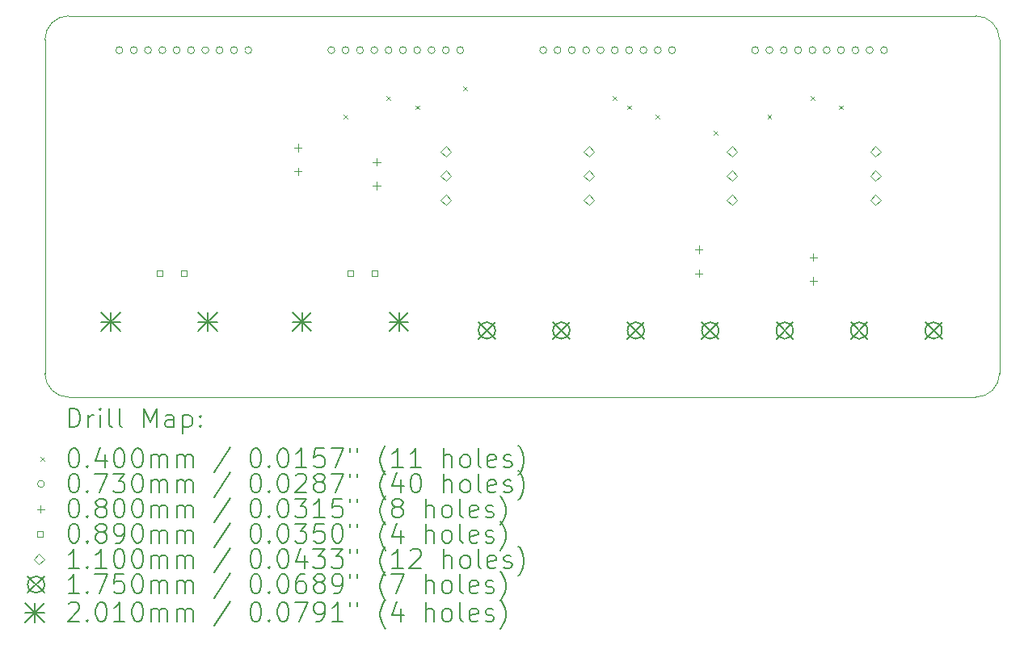
<source format=gbr>
%TF.GenerationSoftware,KiCad,Pcbnew,8.0.7*%
%TF.CreationDate,2025-01-13T21:26:38-08:00*%
%TF.ProjectId,psu_linear_reg,7073755f-6c69-46e6-9561-725f7265672e,rev?*%
%TF.SameCoordinates,Original*%
%TF.FileFunction,Drillmap*%
%TF.FilePolarity,Positive*%
%FSLAX45Y45*%
G04 Gerber Fmt 4.5, Leading zero omitted, Abs format (unit mm)*
G04 Created by KiCad (PCBNEW 8.0.7) date 2025-01-13 21:26:38*
%MOMM*%
%LPD*%
G01*
G04 APERTURE LIST*
%ADD10C,0.100000*%
%ADD11C,0.200000*%
%ADD12C,0.110000*%
%ADD13C,0.175000*%
%ADD14C,0.201000*%
G04 APERTURE END LIST*
D10*
X8750000Y-15600000D02*
G75*
G02*
X8500000Y-15350000I0J250000D01*
G01*
X18500000Y-11850000D02*
X18500000Y-15350000D01*
X8750000Y-11600000D02*
X18250000Y-11600000D01*
X18250000Y-11600000D02*
G75*
G02*
X18500000Y-11850000I0J-250000D01*
G01*
X8750000Y-15600000D02*
X18250000Y-15600000D01*
X18500000Y-15350000D02*
G75*
G02*
X18250000Y-15600000I-250000J0D01*
G01*
X8500000Y-11850000D02*
G75*
G02*
X8750000Y-11600000I250000J0D01*
G01*
X8500000Y-11850000D02*
X8500000Y-15350000D01*
D11*
D10*
X11630000Y-12640000D02*
X11670000Y-12680000D01*
X11670000Y-12640000D02*
X11630000Y-12680000D01*
X12080000Y-12440000D02*
X12120000Y-12480000D01*
X12120000Y-12440000D02*
X12080000Y-12480000D01*
X12380000Y-12540000D02*
X12420000Y-12580000D01*
X12420000Y-12540000D02*
X12380000Y-12580000D01*
X12880000Y-12340000D02*
X12920000Y-12380000D01*
X12920000Y-12340000D02*
X12880000Y-12380000D01*
X14450000Y-12440000D02*
X14490000Y-12480000D01*
X14490000Y-12440000D02*
X14450000Y-12480000D01*
X14600000Y-12540000D02*
X14640000Y-12580000D01*
X14640000Y-12540000D02*
X14600000Y-12580000D01*
X14900000Y-12640000D02*
X14940000Y-12680000D01*
X14940000Y-12640000D02*
X14900000Y-12680000D01*
X15505000Y-12805000D02*
X15545000Y-12845000D01*
X15545000Y-12805000D02*
X15505000Y-12845000D01*
X16070000Y-12640000D02*
X16110000Y-12680000D01*
X16110000Y-12640000D02*
X16070000Y-12680000D01*
X16520000Y-12440000D02*
X16560000Y-12480000D01*
X16560000Y-12440000D02*
X16520000Y-12480000D01*
X16820000Y-12540000D02*
X16860000Y-12580000D01*
X16860000Y-12540000D02*
X16820000Y-12580000D01*
X9316500Y-11960000D02*
G75*
G02*
X9243500Y-11960000I-36500J0D01*
G01*
X9243500Y-11960000D02*
G75*
G02*
X9316500Y-11960000I36500J0D01*
G01*
X9466500Y-11960000D02*
G75*
G02*
X9393500Y-11960000I-36500J0D01*
G01*
X9393500Y-11960000D02*
G75*
G02*
X9466500Y-11960000I36500J0D01*
G01*
X9616500Y-11960000D02*
G75*
G02*
X9543500Y-11960000I-36500J0D01*
G01*
X9543500Y-11960000D02*
G75*
G02*
X9616500Y-11960000I36500J0D01*
G01*
X9766500Y-11960000D02*
G75*
G02*
X9693500Y-11960000I-36500J0D01*
G01*
X9693500Y-11960000D02*
G75*
G02*
X9766500Y-11960000I36500J0D01*
G01*
X9916500Y-11960000D02*
G75*
G02*
X9843500Y-11960000I-36500J0D01*
G01*
X9843500Y-11960000D02*
G75*
G02*
X9916500Y-11960000I36500J0D01*
G01*
X10066500Y-11960000D02*
G75*
G02*
X9993500Y-11960000I-36500J0D01*
G01*
X9993500Y-11960000D02*
G75*
G02*
X10066500Y-11960000I36500J0D01*
G01*
X10216500Y-11960000D02*
G75*
G02*
X10143500Y-11960000I-36500J0D01*
G01*
X10143500Y-11960000D02*
G75*
G02*
X10216500Y-11960000I36500J0D01*
G01*
X10366500Y-11960000D02*
G75*
G02*
X10293500Y-11960000I-36500J0D01*
G01*
X10293500Y-11960000D02*
G75*
G02*
X10366500Y-11960000I36500J0D01*
G01*
X10516500Y-11960000D02*
G75*
G02*
X10443500Y-11960000I-36500J0D01*
G01*
X10443500Y-11960000D02*
G75*
G02*
X10516500Y-11960000I36500J0D01*
G01*
X10666500Y-11960000D02*
G75*
G02*
X10593500Y-11960000I-36500J0D01*
G01*
X10593500Y-11960000D02*
G75*
G02*
X10666500Y-11960000I36500J0D01*
G01*
X11536500Y-11960000D02*
G75*
G02*
X11463500Y-11960000I-36500J0D01*
G01*
X11463500Y-11960000D02*
G75*
G02*
X11536500Y-11960000I36500J0D01*
G01*
X11686500Y-11960000D02*
G75*
G02*
X11613500Y-11960000I-36500J0D01*
G01*
X11613500Y-11960000D02*
G75*
G02*
X11686500Y-11960000I36500J0D01*
G01*
X11836500Y-11960000D02*
G75*
G02*
X11763500Y-11960000I-36500J0D01*
G01*
X11763500Y-11960000D02*
G75*
G02*
X11836500Y-11960000I36500J0D01*
G01*
X11986500Y-11960000D02*
G75*
G02*
X11913500Y-11960000I-36500J0D01*
G01*
X11913500Y-11960000D02*
G75*
G02*
X11986500Y-11960000I36500J0D01*
G01*
X12136500Y-11960000D02*
G75*
G02*
X12063500Y-11960000I-36500J0D01*
G01*
X12063500Y-11960000D02*
G75*
G02*
X12136500Y-11960000I36500J0D01*
G01*
X12286500Y-11960000D02*
G75*
G02*
X12213500Y-11960000I-36500J0D01*
G01*
X12213500Y-11960000D02*
G75*
G02*
X12286500Y-11960000I36500J0D01*
G01*
X12436500Y-11960000D02*
G75*
G02*
X12363500Y-11960000I-36500J0D01*
G01*
X12363500Y-11960000D02*
G75*
G02*
X12436500Y-11960000I36500J0D01*
G01*
X12586500Y-11960000D02*
G75*
G02*
X12513500Y-11960000I-36500J0D01*
G01*
X12513500Y-11960000D02*
G75*
G02*
X12586500Y-11960000I36500J0D01*
G01*
X12736500Y-11960000D02*
G75*
G02*
X12663500Y-11960000I-36500J0D01*
G01*
X12663500Y-11960000D02*
G75*
G02*
X12736500Y-11960000I36500J0D01*
G01*
X12886500Y-11960000D02*
G75*
G02*
X12813500Y-11960000I-36500J0D01*
G01*
X12813500Y-11960000D02*
G75*
G02*
X12886500Y-11960000I36500J0D01*
G01*
X13756500Y-11960000D02*
G75*
G02*
X13683500Y-11960000I-36500J0D01*
G01*
X13683500Y-11960000D02*
G75*
G02*
X13756500Y-11960000I36500J0D01*
G01*
X13906500Y-11960000D02*
G75*
G02*
X13833500Y-11960000I-36500J0D01*
G01*
X13833500Y-11960000D02*
G75*
G02*
X13906500Y-11960000I36500J0D01*
G01*
X14056500Y-11960000D02*
G75*
G02*
X13983500Y-11960000I-36500J0D01*
G01*
X13983500Y-11960000D02*
G75*
G02*
X14056500Y-11960000I36500J0D01*
G01*
X14206500Y-11960000D02*
G75*
G02*
X14133500Y-11960000I-36500J0D01*
G01*
X14133500Y-11960000D02*
G75*
G02*
X14206500Y-11960000I36500J0D01*
G01*
X14356500Y-11960000D02*
G75*
G02*
X14283500Y-11960000I-36500J0D01*
G01*
X14283500Y-11960000D02*
G75*
G02*
X14356500Y-11960000I36500J0D01*
G01*
X14506500Y-11960000D02*
G75*
G02*
X14433500Y-11960000I-36500J0D01*
G01*
X14433500Y-11960000D02*
G75*
G02*
X14506500Y-11960000I36500J0D01*
G01*
X14656500Y-11960000D02*
G75*
G02*
X14583500Y-11960000I-36500J0D01*
G01*
X14583500Y-11960000D02*
G75*
G02*
X14656500Y-11960000I36500J0D01*
G01*
X14806500Y-11960000D02*
G75*
G02*
X14733500Y-11960000I-36500J0D01*
G01*
X14733500Y-11960000D02*
G75*
G02*
X14806500Y-11960000I36500J0D01*
G01*
X14956500Y-11960000D02*
G75*
G02*
X14883500Y-11960000I-36500J0D01*
G01*
X14883500Y-11960000D02*
G75*
G02*
X14956500Y-11960000I36500J0D01*
G01*
X15106500Y-11960000D02*
G75*
G02*
X15033500Y-11960000I-36500J0D01*
G01*
X15033500Y-11960000D02*
G75*
G02*
X15106500Y-11960000I36500J0D01*
G01*
X15976500Y-11960000D02*
G75*
G02*
X15903500Y-11960000I-36500J0D01*
G01*
X15903500Y-11960000D02*
G75*
G02*
X15976500Y-11960000I36500J0D01*
G01*
X16126500Y-11960000D02*
G75*
G02*
X16053500Y-11960000I-36500J0D01*
G01*
X16053500Y-11960000D02*
G75*
G02*
X16126500Y-11960000I36500J0D01*
G01*
X16276500Y-11960000D02*
G75*
G02*
X16203500Y-11960000I-36500J0D01*
G01*
X16203500Y-11960000D02*
G75*
G02*
X16276500Y-11960000I36500J0D01*
G01*
X16426500Y-11960000D02*
G75*
G02*
X16353500Y-11960000I-36500J0D01*
G01*
X16353500Y-11960000D02*
G75*
G02*
X16426500Y-11960000I36500J0D01*
G01*
X16576500Y-11960000D02*
G75*
G02*
X16503500Y-11960000I-36500J0D01*
G01*
X16503500Y-11960000D02*
G75*
G02*
X16576500Y-11960000I36500J0D01*
G01*
X16726500Y-11960000D02*
G75*
G02*
X16653500Y-11960000I-36500J0D01*
G01*
X16653500Y-11960000D02*
G75*
G02*
X16726500Y-11960000I36500J0D01*
G01*
X16876500Y-11960000D02*
G75*
G02*
X16803500Y-11960000I-36500J0D01*
G01*
X16803500Y-11960000D02*
G75*
G02*
X16876500Y-11960000I36500J0D01*
G01*
X17026500Y-11960000D02*
G75*
G02*
X16953500Y-11960000I-36500J0D01*
G01*
X16953500Y-11960000D02*
G75*
G02*
X17026500Y-11960000I36500J0D01*
G01*
X17176500Y-11960000D02*
G75*
G02*
X17103500Y-11960000I-36500J0D01*
G01*
X17103500Y-11960000D02*
G75*
G02*
X17176500Y-11960000I36500J0D01*
G01*
X17326500Y-11960000D02*
G75*
G02*
X17253500Y-11960000I-36500J0D01*
G01*
X17253500Y-11960000D02*
G75*
G02*
X17326500Y-11960000I36500J0D01*
G01*
X11150000Y-12941762D02*
X11150000Y-13021762D01*
X11110000Y-12981762D02*
X11190000Y-12981762D01*
X11150000Y-13191762D02*
X11150000Y-13271762D01*
X11110000Y-13231762D02*
X11190000Y-13231762D01*
X11975000Y-13091762D02*
X11975000Y-13171762D01*
X11935000Y-13131762D02*
X12015000Y-13131762D01*
X11975000Y-13341762D02*
X11975000Y-13421762D01*
X11935000Y-13381762D02*
X12015000Y-13381762D01*
X15350000Y-14010000D02*
X15350000Y-14090000D01*
X15310000Y-14050000D02*
X15390000Y-14050000D01*
X15350000Y-14260000D02*
X15350000Y-14340000D01*
X15310000Y-14300000D02*
X15390000Y-14300000D01*
X16550000Y-14091762D02*
X16550000Y-14171762D01*
X16510000Y-14131762D02*
X16590000Y-14131762D01*
X16550000Y-14341762D02*
X16550000Y-14421762D01*
X16510000Y-14381762D02*
X16590000Y-14381762D01*
X9731467Y-14331467D02*
X9731467Y-14268533D01*
X9668533Y-14268533D01*
X9668533Y-14331467D01*
X9731467Y-14331467D01*
X9985467Y-14331467D02*
X9985467Y-14268533D01*
X9922533Y-14268533D01*
X9922533Y-14331467D01*
X9985467Y-14331467D01*
X11731467Y-14331467D02*
X11731467Y-14268533D01*
X11668533Y-14268533D01*
X11668533Y-14331467D01*
X11731467Y-14331467D01*
X11985467Y-14331467D02*
X11985467Y-14268533D01*
X11922533Y-14268533D01*
X11922533Y-14331467D01*
X11985467Y-14331467D01*
D12*
X12700000Y-13080000D02*
X12755000Y-13025000D01*
X12700000Y-12970000D01*
X12645000Y-13025000D01*
X12700000Y-13080000D01*
X12700000Y-13334000D02*
X12755000Y-13279000D01*
X12700000Y-13224000D01*
X12645000Y-13279000D01*
X12700000Y-13334000D01*
X12700000Y-13588000D02*
X12755000Y-13533000D01*
X12700000Y-13478000D01*
X12645000Y-13533000D01*
X12700000Y-13588000D01*
X14200000Y-13080000D02*
X14255000Y-13025000D01*
X14200000Y-12970000D01*
X14145000Y-13025000D01*
X14200000Y-13080000D01*
X14200000Y-13334000D02*
X14255000Y-13279000D01*
X14200000Y-13224000D01*
X14145000Y-13279000D01*
X14200000Y-13334000D01*
X14200000Y-13588000D02*
X14255000Y-13533000D01*
X14200000Y-13478000D01*
X14145000Y-13533000D01*
X14200000Y-13588000D01*
X15700000Y-13080000D02*
X15755000Y-13025000D01*
X15700000Y-12970000D01*
X15645000Y-13025000D01*
X15700000Y-13080000D01*
X15700000Y-13334000D02*
X15755000Y-13279000D01*
X15700000Y-13224000D01*
X15645000Y-13279000D01*
X15700000Y-13334000D01*
X15700000Y-13588000D02*
X15755000Y-13533000D01*
X15700000Y-13478000D01*
X15645000Y-13533000D01*
X15700000Y-13588000D01*
X17200000Y-13080000D02*
X17255000Y-13025000D01*
X17200000Y-12970000D01*
X17145000Y-13025000D01*
X17200000Y-13080000D01*
X17200000Y-13334000D02*
X17255000Y-13279000D01*
X17200000Y-13224000D01*
X17145000Y-13279000D01*
X17200000Y-13334000D01*
X17200000Y-13588000D02*
X17255000Y-13533000D01*
X17200000Y-13478000D01*
X17145000Y-13533000D01*
X17200000Y-13588000D01*
D13*
X13042500Y-14812500D02*
X13217500Y-14987500D01*
X13217500Y-14812500D02*
X13042500Y-14987500D01*
X13217500Y-14900000D02*
G75*
G02*
X13042500Y-14900000I-87500J0D01*
G01*
X13042500Y-14900000D02*
G75*
G02*
X13217500Y-14900000I87500J0D01*
G01*
X13822500Y-14812500D02*
X13997500Y-14987500D01*
X13997500Y-14812500D02*
X13822500Y-14987500D01*
X13997500Y-14900000D02*
G75*
G02*
X13822500Y-14900000I-87500J0D01*
G01*
X13822500Y-14900000D02*
G75*
G02*
X13997500Y-14900000I87500J0D01*
G01*
X14602500Y-14812500D02*
X14777500Y-14987500D01*
X14777500Y-14812500D02*
X14602500Y-14987500D01*
X14777500Y-14900000D02*
G75*
G02*
X14602500Y-14900000I-87500J0D01*
G01*
X14602500Y-14900000D02*
G75*
G02*
X14777500Y-14900000I87500J0D01*
G01*
X15382500Y-14812500D02*
X15557500Y-14987500D01*
X15557500Y-14812500D02*
X15382500Y-14987500D01*
X15557500Y-14900000D02*
G75*
G02*
X15382500Y-14900000I-87500J0D01*
G01*
X15382500Y-14900000D02*
G75*
G02*
X15557500Y-14900000I87500J0D01*
G01*
X16162500Y-14812500D02*
X16337500Y-14987500D01*
X16337500Y-14812500D02*
X16162500Y-14987500D01*
X16337500Y-14900000D02*
G75*
G02*
X16162500Y-14900000I-87500J0D01*
G01*
X16162500Y-14900000D02*
G75*
G02*
X16337500Y-14900000I87500J0D01*
G01*
X16942500Y-14812500D02*
X17117500Y-14987500D01*
X17117500Y-14812500D02*
X16942500Y-14987500D01*
X17117500Y-14900000D02*
G75*
G02*
X16942500Y-14900000I-87500J0D01*
G01*
X16942500Y-14900000D02*
G75*
G02*
X17117500Y-14900000I87500J0D01*
G01*
X17722500Y-14812500D02*
X17897500Y-14987500D01*
X17897500Y-14812500D02*
X17722500Y-14987500D01*
X17897500Y-14900000D02*
G75*
G02*
X17722500Y-14900000I-87500J0D01*
G01*
X17722500Y-14900000D02*
G75*
G02*
X17897500Y-14900000I87500J0D01*
G01*
D14*
X9091500Y-14707500D02*
X9292500Y-14908500D01*
X9292500Y-14707500D02*
X9091500Y-14908500D01*
X9192000Y-14707500D02*
X9192000Y-14908500D01*
X9091500Y-14808000D02*
X9292500Y-14808000D01*
X10107500Y-14707500D02*
X10308500Y-14908500D01*
X10308500Y-14707500D02*
X10107500Y-14908500D01*
X10208000Y-14707500D02*
X10208000Y-14908500D01*
X10107500Y-14808000D02*
X10308500Y-14808000D01*
X11091500Y-14707500D02*
X11292500Y-14908500D01*
X11292500Y-14707500D02*
X11091500Y-14908500D01*
X11192000Y-14707500D02*
X11192000Y-14908500D01*
X11091500Y-14808000D02*
X11292500Y-14808000D01*
X12107500Y-14707500D02*
X12308500Y-14908500D01*
X12308500Y-14707500D02*
X12107500Y-14908500D01*
X12208000Y-14707500D02*
X12208000Y-14908500D01*
X12107500Y-14808000D02*
X12308500Y-14808000D01*
D11*
X8755777Y-15916484D02*
X8755777Y-15716484D01*
X8755777Y-15716484D02*
X8803396Y-15716484D01*
X8803396Y-15716484D02*
X8831967Y-15726008D01*
X8831967Y-15726008D02*
X8851015Y-15745055D01*
X8851015Y-15745055D02*
X8860539Y-15764103D01*
X8860539Y-15764103D02*
X8870063Y-15802198D01*
X8870063Y-15802198D02*
X8870063Y-15830769D01*
X8870063Y-15830769D02*
X8860539Y-15868865D01*
X8860539Y-15868865D02*
X8851015Y-15887912D01*
X8851015Y-15887912D02*
X8831967Y-15906960D01*
X8831967Y-15906960D02*
X8803396Y-15916484D01*
X8803396Y-15916484D02*
X8755777Y-15916484D01*
X8955777Y-15916484D02*
X8955777Y-15783150D01*
X8955777Y-15821246D02*
X8965301Y-15802198D01*
X8965301Y-15802198D02*
X8974824Y-15792674D01*
X8974824Y-15792674D02*
X8993872Y-15783150D01*
X8993872Y-15783150D02*
X9012920Y-15783150D01*
X9079586Y-15916484D02*
X9079586Y-15783150D01*
X9079586Y-15716484D02*
X9070063Y-15726008D01*
X9070063Y-15726008D02*
X9079586Y-15735531D01*
X9079586Y-15735531D02*
X9089110Y-15726008D01*
X9089110Y-15726008D02*
X9079586Y-15716484D01*
X9079586Y-15716484D02*
X9079586Y-15735531D01*
X9203396Y-15916484D02*
X9184348Y-15906960D01*
X9184348Y-15906960D02*
X9174824Y-15887912D01*
X9174824Y-15887912D02*
X9174824Y-15716484D01*
X9308158Y-15916484D02*
X9289110Y-15906960D01*
X9289110Y-15906960D02*
X9279586Y-15887912D01*
X9279586Y-15887912D02*
X9279586Y-15716484D01*
X9536729Y-15916484D02*
X9536729Y-15716484D01*
X9536729Y-15716484D02*
X9603396Y-15859341D01*
X9603396Y-15859341D02*
X9670063Y-15716484D01*
X9670063Y-15716484D02*
X9670063Y-15916484D01*
X9851015Y-15916484D02*
X9851015Y-15811722D01*
X9851015Y-15811722D02*
X9841491Y-15792674D01*
X9841491Y-15792674D02*
X9822444Y-15783150D01*
X9822444Y-15783150D02*
X9784348Y-15783150D01*
X9784348Y-15783150D02*
X9765301Y-15792674D01*
X9851015Y-15906960D02*
X9831967Y-15916484D01*
X9831967Y-15916484D02*
X9784348Y-15916484D01*
X9784348Y-15916484D02*
X9765301Y-15906960D01*
X9765301Y-15906960D02*
X9755777Y-15887912D01*
X9755777Y-15887912D02*
X9755777Y-15868865D01*
X9755777Y-15868865D02*
X9765301Y-15849817D01*
X9765301Y-15849817D02*
X9784348Y-15840293D01*
X9784348Y-15840293D02*
X9831967Y-15840293D01*
X9831967Y-15840293D02*
X9851015Y-15830769D01*
X9946253Y-15783150D02*
X9946253Y-15983150D01*
X9946253Y-15792674D02*
X9965301Y-15783150D01*
X9965301Y-15783150D02*
X10003396Y-15783150D01*
X10003396Y-15783150D02*
X10022444Y-15792674D01*
X10022444Y-15792674D02*
X10031967Y-15802198D01*
X10031967Y-15802198D02*
X10041491Y-15821246D01*
X10041491Y-15821246D02*
X10041491Y-15878388D01*
X10041491Y-15878388D02*
X10031967Y-15897436D01*
X10031967Y-15897436D02*
X10022444Y-15906960D01*
X10022444Y-15906960D02*
X10003396Y-15916484D01*
X10003396Y-15916484D02*
X9965301Y-15916484D01*
X9965301Y-15916484D02*
X9946253Y-15906960D01*
X10127205Y-15897436D02*
X10136729Y-15906960D01*
X10136729Y-15906960D02*
X10127205Y-15916484D01*
X10127205Y-15916484D02*
X10117682Y-15906960D01*
X10117682Y-15906960D02*
X10127205Y-15897436D01*
X10127205Y-15897436D02*
X10127205Y-15916484D01*
X10127205Y-15792674D02*
X10136729Y-15802198D01*
X10136729Y-15802198D02*
X10127205Y-15811722D01*
X10127205Y-15811722D02*
X10117682Y-15802198D01*
X10117682Y-15802198D02*
X10127205Y-15792674D01*
X10127205Y-15792674D02*
X10127205Y-15811722D01*
D10*
X8455000Y-16225000D02*
X8495000Y-16265000D01*
X8495000Y-16225000D02*
X8455000Y-16265000D01*
D11*
X8793872Y-16136484D02*
X8812920Y-16136484D01*
X8812920Y-16136484D02*
X8831967Y-16146008D01*
X8831967Y-16146008D02*
X8841491Y-16155531D01*
X8841491Y-16155531D02*
X8851015Y-16174579D01*
X8851015Y-16174579D02*
X8860539Y-16212674D01*
X8860539Y-16212674D02*
X8860539Y-16260293D01*
X8860539Y-16260293D02*
X8851015Y-16298388D01*
X8851015Y-16298388D02*
X8841491Y-16317436D01*
X8841491Y-16317436D02*
X8831967Y-16326960D01*
X8831967Y-16326960D02*
X8812920Y-16336484D01*
X8812920Y-16336484D02*
X8793872Y-16336484D01*
X8793872Y-16336484D02*
X8774824Y-16326960D01*
X8774824Y-16326960D02*
X8765301Y-16317436D01*
X8765301Y-16317436D02*
X8755777Y-16298388D01*
X8755777Y-16298388D02*
X8746253Y-16260293D01*
X8746253Y-16260293D02*
X8746253Y-16212674D01*
X8746253Y-16212674D02*
X8755777Y-16174579D01*
X8755777Y-16174579D02*
X8765301Y-16155531D01*
X8765301Y-16155531D02*
X8774824Y-16146008D01*
X8774824Y-16146008D02*
X8793872Y-16136484D01*
X8946253Y-16317436D02*
X8955777Y-16326960D01*
X8955777Y-16326960D02*
X8946253Y-16336484D01*
X8946253Y-16336484D02*
X8936729Y-16326960D01*
X8936729Y-16326960D02*
X8946253Y-16317436D01*
X8946253Y-16317436D02*
X8946253Y-16336484D01*
X9127205Y-16203150D02*
X9127205Y-16336484D01*
X9079586Y-16126960D02*
X9031967Y-16269817D01*
X9031967Y-16269817D02*
X9155777Y-16269817D01*
X9270063Y-16136484D02*
X9289110Y-16136484D01*
X9289110Y-16136484D02*
X9308158Y-16146008D01*
X9308158Y-16146008D02*
X9317682Y-16155531D01*
X9317682Y-16155531D02*
X9327205Y-16174579D01*
X9327205Y-16174579D02*
X9336729Y-16212674D01*
X9336729Y-16212674D02*
X9336729Y-16260293D01*
X9336729Y-16260293D02*
X9327205Y-16298388D01*
X9327205Y-16298388D02*
X9317682Y-16317436D01*
X9317682Y-16317436D02*
X9308158Y-16326960D01*
X9308158Y-16326960D02*
X9289110Y-16336484D01*
X9289110Y-16336484D02*
X9270063Y-16336484D01*
X9270063Y-16336484D02*
X9251015Y-16326960D01*
X9251015Y-16326960D02*
X9241491Y-16317436D01*
X9241491Y-16317436D02*
X9231967Y-16298388D01*
X9231967Y-16298388D02*
X9222444Y-16260293D01*
X9222444Y-16260293D02*
X9222444Y-16212674D01*
X9222444Y-16212674D02*
X9231967Y-16174579D01*
X9231967Y-16174579D02*
X9241491Y-16155531D01*
X9241491Y-16155531D02*
X9251015Y-16146008D01*
X9251015Y-16146008D02*
X9270063Y-16136484D01*
X9460539Y-16136484D02*
X9479586Y-16136484D01*
X9479586Y-16136484D02*
X9498634Y-16146008D01*
X9498634Y-16146008D02*
X9508158Y-16155531D01*
X9508158Y-16155531D02*
X9517682Y-16174579D01*
X9517682Y-16174579D02*
X9527205Y-16212674D01*
X9527205Y-16212674D02*
X9527205Y-16260293D01*
X9527205Y-16260293D02*
X9517682Y-16298388D01*
X9517682Y-16298388D02*
X9508158Y-16317436D01*
X9508158Y-16317436D02*
X9498634Y-16326960D01*
X9498634Y-16326960D02*
X9479586Y-16336484D01*
X9479586Y-16336484D02*
X9460539Y-16336484D01*
X9460539Y-16336484D02*
X9441491Y-16326960D01*
X9441491Y-16326960D02*
X9431967Y-16317436D01*
X9431967Y-16317436D02*
X9422444Y-16298388D01*
X9422444Y-16298388D02*
X9412920Y-16260293D01*
X9412920Y-16260293D02*
X9412920Y-16212674D01*
X9412920Y-16212674D02*
X9422444Y-16174579D01*
X9422444Y-16174579D02*
X9431967Y-16155531D01*
X9431967Y-16155531D02*
X9441491Y-16146008D01*
X9441491Y-16146008D02*
X9460539Y-16136484D01*
X9612920Y-16336484D02*
X9612920Y-16203150D01*
X9612920Y-16222198D02*
X9622444Y-16212674D01*
X9622444Y-16212674D02*
X9641491Y-16203150D01*
X9641491Y-16203150D02*
X9670063Y-16203150D01*
X9670063Y-16203150D02*
X9689110Y-16212674D01*
X9689110Y-16212674D02*
X9698634Y-16231722D01*
X9698634Y-16231722D02*
X9698634Y-16336484D01*
X9698634Y-16231722D02*
X9708158Y-16212674D01*
X9708158Y-16212674D02*
X9727205Y-16203150D01*
X9727205Y-16203150D02*
X9755777Y-16203150D01*
X9755777Y-16203150D02*
X9774825Y-16212674D01*
X9774825Y-16212674D02*
X9784348Y-16231722D01*
X9784348Y-16231722D02*
X9784348Y-16336484D01*
X9879586Y-16336484D02*
X9879586Y-16203150D01*
X9879586Y-16222198D02*
X9889110Y-16212674D01*
X9889110Y-16212674D02*
X9908158Y-16203150D01*
X9908158Y-16203150D02*
X9936729Y-16203150D01*
X9936729Y-16203150D02*
X9955777Y-16212674D01*
X9955777Y-16212674D02*
X9965301Y-16231722D01*
X9965301Y-16231722D02*
X9965301Y-16336484D01*
X9965301Y-16231722D02*
X9974825Y-16212674D01*
X9974825Y-16212674D02*
X9993872Y-16203150D01*
X9993872Y-16203150D02*
X10022444Y-16203150D01*
X10022444Y-16203150D02*
X10041491Y-16212674D01*
X10041491Y-16212674D02*
X10051015Y-16231722D01*
X10051015Y-16231722D02*
X10051015Y-16336484D01*
X10441491Y-16126960D02*
X10270063Y-16384103D01*
X10698634Y-16136484D02*
X10717682Y-16136484D01*
X10717682Y-16136484D02*
X10736729Y-16146008D01*
X10736729Y-16146008D02*
X10746253Y-16155531D01*
X10746253Y-16155531D02*
X10755777Y-16174579D01*
X10755777Y-16174579D02*
X10765301Y-16212674D01*
X10765301Y-16212674D02*
X10765301Y-16260293D01*
X10765301Y-16260293D02*
X10755777Y-16298388D01*
X10755777Y-16298388D02*
X10746253Y-16317436D01*
X10746253Y-16317436D02*
X10736729Y-16326960D01*
X10736729Y-16326960D02*
X10717682Y-16336484D01*
X10717682Y-16336484D02*
X10698634Y-16336484D01*
X10698634Y-16336484D02*
X10679587Y-16326960D01*
X10679587Y-16326960D02*
X10670063Y-16317436D01*
X10670063Y-16317436D02*
X10660539Y-16298388D01*
X10660539Y-16298388D02*
X10651015Y-16260293D01*
X10651015Y-16260293D02*
X10651015Y-16212674D01*
X10651015Y-16212674D02*
X10660539Y-16174579D01*
X10660539Y-16174579D02*
X10670063Y-16155531D01*
X10670063Y-16155531D02*
X10679587Y-16146008D01*
X10679587Y-16146008D02*
X10698634Y-16136484D01*
X10851015Y-16317436D02*
X10860539Y-16326960D01*
X10860539Y-16326960D02*
X10851015Y-16336484D01*
X10851015Y-16336484D02*
X10841491Y-16326960D01*
X10841491Y-16326960D02*
X10851015Y-16317436D01*
X10851015Y-16317436D02*
X10851015Y-16336484D01*
X10984348Y-16136484D02*
X11003396Y-16136484D01*
X11003396Y-16136484D02*
X11022444Y-16146008D01*
X11022444Y-16146008D02*
X11031968Y-16155531D01*
X11031968Y-16155531D02*
X11041491Y-16174579D01*
X11041491Y-16174579D02*
X11051015Y-16212674D01*
X11051015Y-16212674D02*
X11051015Y-16260293D01*
X11051015Y-16260293D02*
X11041491Y-16298388D01*
X11041491Y-16298388D02*
X11031968Y-16317436D01*
X11031968Y-16317436D02*
X11022444Y-16326960D01*
X11022444Y-16326960D02*
X11003396Y-16336484D01*
X11003396Y-16336484D02*
X10984348Y-16336484D01*
X10984348Y-16336484D02*
X10965301Y-16326960D01*
X10965301Y-16326960D02*
X10955777Y-16317436D01*
X10955777Y-16317436D02*
X10946253Y-16298388D01*
X10946253Y-16298388D02*
X10936729Y-16260293D01*
X10936729Y-16260293D02*
X10936729Y-16212674D01*
X10936729Y-16212674D02*
X10946253Y-16174579D01*
X10946253Y-16174579D02*
X10955777Y-16155531D01*
X10955777Y-16155531D02*
X10965301Y-16146008D01*
X10965301Y-16146008D02*
X10984348Y-16136484D01*
X11241491Y-16336484D02*
X11127206Y-16336484D01*
X11184348Y-16336484D02*
X11184348Y-16136484D01*
X11184348Y-16136484D02*
X11165301Y-16165055D01*
X11165301Y-16165055D02*
X11146253Y-16184103D01*
X11146253Y-16184103D02*
X11127206Y-16193627D01*
X11422444Y-16136484D02*
X11327206Y-16136484D01*
X11327206Y-16136484D02*
X11317682Y-16231722D01*
X11317682Y-16231722D02*
X11327206Y-16222198D01*
X11327206Y-16222198D02*
X11346253Y-16212674D01*
X11346253Y-16212674D02*
X11393872Y-16212674D01*
X11393872Y-16212674D02*
X11412920Y-16222198D01*
X11412920Y-16222198D02*
X11422444Y-16231722D01*
X11422444Y-16231722D02*
X11431967Y-16250769D01*
X11431967Y-16250769D02*
X11431967Y-16298388D01*
X11431967Y-16298388D02*
X11422444Y-16317436D01*
X11422444Y-16317436D02*
X11412920Y-16326960D01*
X11412920Y-16326960D02*
X11393872Y-16336484D01*
X11393872Y-16336484D02*
X11346253Y-16336484D01*
X11346253Y-16336484D02*
X11327206Y-16326960D01*
X11327206Y-16326960D02*
X11317682Y-16317436D01*
X11498634Y-16136484D02*
X11631967Y-16136484D01*
X11631967Y-16136484D02*
X11546253Y-16336484D01*
X11698634Y-16136484D02*
X11698634Y-16174579D01*
X11774825Y-16136484D02*
X11774825Y-16174579D01*
X12070063Y-16412674D02*
X12060539Y-16403150D01*
X12060539Y-16403150D02*
X12041491Y-16374579D01*
X12041491Y-16374579D02*
X12031968Y-16355531D01*
X12031968Y-16355531D02*
X12022444Y-16326960D01*
X12022444Y-16326960D02*
X12012920Y-16279341D01*
X12012920Y-16279341D02*
X12012920Y-16241246D01*
X12012920Y-16241246D02*
X12022444Y-16193627D01*
X12022444Y-16193627D02*
X12031968Y-16165055D01*
X12031968Y-16165055D02*
X12041491Y-16146008D01*
X12041491Y-16146008D02*
X12060539Y-16117436D01*
X12060539Y-16117436D02*
X12070063Y-16107912D01*
X12251015Y-16336484D02*
X12136729Y-16336484D01*
X12193872Y-16336484D02*
X12193872Y-16136484D01*
X12193872Y-16136484D02*
X12174825Y-16165055D01*
X12174825Y-16165055D02*
X12155777Y-16184103D01*
X12155777Y-16184103D02*
X12136729Y-16193627D01*
X12441491Y-16336484D02*
X12327206Y-16336484D01*
X12384348Y-16336484D02*
X12384348Y-16136484D01*
X12384348Y-16136484D02*
X12365301Y-16165055D01*
X12365301Y-16165055D02*
X12346253Y-16184103D01*
X12346253Y-16184103D02*
X12327206Y-16193627D01*
X12679587Y-16336484D02*
X12679587Y-16136484D01*
X12765301Y-16336484D02*
X12765301Y-16231722D01*
X12765301Y-16231722D02*
X12755777Y-16212674D01*
X12755777Y-16212674D02*
X12736730Y-16203150D01*
X12736730Y-16203150D02*
X12708158Y-16203150D01*
X12708158Y-16203150D02*
X12689110Y-16212674D01*
X12689110Y-16212674D02*
X12679587Y-16222198D01*
X12889110Y-16336484D02*
X12870063Y-16326960D01*
X12870063Y-16326960D02*
X12860539Y-16317436D01*
X12860539Y-16317436D02*
X12851015Y-16298388D01*
X12851015Y-16298388D02*
X12851015Y-16241246D01*
X12851015Y-16241246D02*
X12860539Y-16222198D01*
X12860539Y-16222198D02*
X12870063Y-16212674D01*
X12870063Y-16212674D02*
X12889110Y-16203150D01*
X12889110Y-16203150D02*
X12917682Y-16203150D01*
X12917682Y-16203150D02*
X12936730Y-16212674D01*
X12936730Y-16212674D02*
X12946253Y-16222198D01*
X12946253Y-16222198D02*
X12955777Y-16241246D01*
X12955777Y-16241246D02*
X12955777Y-16298388D01*
X12955777Y-16298388D02*
X12946253Y-16317436D01*
X12946253Y-16317436D02*
X12936730Y-16326960D01*
X12936730Y-16326960D02*
X12917682Y-16336484D01*
X12917682Y-16336484D02*
X12889110Y-16336484D01*
X13070063Y-16336484D02*
X13051015Y-16326960D01*
X13051015Y-16326960D02*
X13041491Y-16307912D01*
X13041491Y-16307912D02*
X13041491Y-16136484D01*
X13222444Y-16326960D02*
X13203396Y-16336484D01*
X13203396Y-16336484D02*
X13165301Y-16336484D01*
X13165301Y-16336484D02*
X13146253Y-16326960D01*
X13146253Y-16326960D02*
X13136730Y-16307912D01*
X13136730Y-16307912D02*
X13136730Y-16231722D01*
X13136730Y-16231722D02*
X13146253Y-16212674D01*
X13146253Y-16212674D02*
X13165301Y-16203150D01*
X13165301Y-16203150D02*
X13203396Y-16203150D01*
X13203396Y-16203150D02*
X13222444Y-16212674D01*
X13222444Y-16212674D02*
X13231968Y-16231722D01*
X13231968Y-16231722D02*
X13231968Y-16250769D01*
X13231968Y-16250769D02*
X13136730Y-16269817D01*
X13308158Y-16326960D02*
X13327206Y-16336484D01*
X13327206Y-16336484D02*
X13365301Y-16336484D01*
X13365301Y-16336484D02*
X13384349Y-16326960D01*
X13384349Y-16326960D02*
X13393872Y-16307912D01*
X13393872Y-16307912D02*
X13393872Y-16298388D01*
X13393872Y-16298388D02*
X13384349Y-16279341D01*
X13384349Y-16279341D02*
X13365301Y-16269817D01*
X13365301Y-16269817D02*
X13336730Y-16269817D01*
X13336730Y-16269817D02*
X13317682Y-16260293D01*
X13317682Y-16260293D02*
X13308158Y-16241246D01*
X13308158Y-16241246D02*
X13308158Y-16231722D01*
X13308158Y-16231722D02*
X13317682Y-16212674D01*
X13317682Y-16212674D02*
X13336730Y-16203150D01*
X13336730Y-16203150D02*
X13365301Y-16203150D01*
X13365301Y-16203150D02*
X13384349Y-16212674D01*
X13460539Y-16412674D02*
X13470063Y-16403150D01*
X13470063Y-16403150D02*
X13489111Y-16374579D01*
X13489111Y-16374579D02*
X13498634Y-16355531D01*
X13498634Y-16355531D02*
X13508158Y-16326960D01*
X13508158Y-16326960D02*
X13517682Y-16279341D01*
X13517682Y-16279341D02*
X13517682Y-16241246D01*
X13517682Y-16241246D02*
X13508158Y-16193627D01*
X13508158Y-16193627D02*
X13498634Y-16165055D01*
X13498634Y-16165055D02*
X13489111Y-16146008D01*
X13489111Y-16146008D02*
X13470063Y-16117436D01*
X13470063Y-16117436D02*
X13460539Y-16107912D01*
D10*
X8495000Y-16509000D02*
G75*
G02*
X8422000Y-16509000I-36500J0D01*
G01*
X8422000Y-16509000D02*
G75*
G02*
X8495000Y-16509000I36500J0D01*
G01*
D11*
X8793872Y-16400484D02*
X8812920Y-16400484D01*
X8812920Y-16400484D02*
X8831967Y-16410008D01*
X8831967Y-16410008D02*
X8841491Y-16419531D01*
X8841491Y-16419531D02*
X8851015Y-16438579D01*
X8851015Y-16438579D02*
X8860539Y-16476674D01*
X8860539Y-16476674D02*
X8860539Y-16524293D01*
X8860539Y-16524293D02*
X8851015Y-16562388D01*
X8851015Y-16562388D02*
X8841491Y-16581436D01*
X8841491Y-16581436D02*
X8831967Y-16590960D01*
X8831967Y-16590960D02*
X8812920Y-16600484D01*
X8812920Y-16600484D02*
X8793872Y-16600484D01*
X8793872Y-16600484D02*
X8774824Y-16590960D01*
X8774824Y-16590960D02*
X8765301Y-16581436D01*
X8765301Y-16581436D02*
X8755777Y-16562388D01*
X8755777Y-16562388D02*
X8746253Y-16524293D01*
X8746253Y-16524293D02*
X8746253Y-16476674D01*
X8746253Y-16476674D02*
X8755777Y-16438579D01*
X8755777Y-16438579D02*
X8765301Y-16419531D01*
X8765301Y-16419531D02*
X8774824Y-16410008D01*
X8774824Y-16410008D02*
X8793872Y-16400484D01*
X8946253Y-16581436D02*
X8955777Y-16590960D01*
X8955777Y-16590960D02*
X8946253Y-16600484D01*
X8946253Y-16600484D02*
X8936729Y-16590960D01*
X8936729Y-16590960D02*
X8946253Y-16581436D01*
X8946253Y-16581436D02*
X8946253Y-16600484D01*
X9022444Y-16400484D02*
X9155777Y-16400484D01*
X9155777Y-16400484D02*
X9070063Y-16600484D01*
X9212920Y-16400484D02*
X9336729Y-16400484D01*
X9336729Y-16400484D02*
X9270063Y-16476674D01*
X9270063Y-16476674D02*
X9298634Y-16476674D01*
X9298634Y-16476674D02*
X9317682Y-16486198D01*
X9317682Y-16486198D02*
X9327205Y-16495722D01*
X9327205Y-16495722D02*
X9336729Y-16514769D01*
X9336729Y-16514769D02*
X9336729Y-16562388D01*
X9336729Y-16562388D02*
X9327205Y-16581436D01*
X9327205Y-16581436D02*
X9317682Y-16590960D01*
X9317682Y-16590960D02*
X9298634Y-16600484D01*
X9298634Y-16600484D02*
X9241491Y-16600484D01*
X9241491Y-16600484D02*
X9222444Y-16590960D01*
X9222444Y-16590960D02*
X9212920Y-16581436D01*
X9460539Y-16400484D02*
X9479586Y-16400484D01*
X9479586Y-16400484D02*
X9498634Y-16410008D01*
X9498634Y-16410008D02*
X9508158Y-16419531D01*
X9508158Y-16419531D02*
X9517682Y-16438579D01*
X9517682Y-16438579D02*
X9527205Y-16476674D01*
X9527205Y-16476674D02*
X9527205Y-16524293D01*
X9527205Y-16524293D02*
X9517682Y-16562388D01*
X9517682Y-16562388D02*
X9508158Y-16581436D01*
X9508158Y-16581436D02*
X9498634Y-16590960D01*
X9498634Y-16590960D02*
X9479586Y-16600484D01*
X9479586Y-16600484D02*
X9460539Y-16600484D01*
X9460539Y-16600484D02*
X9441491Y-16590960D01*
X9441491Y-16590960D02*
X9431967Y-16581436D01*
X9431967Y-16581436D02*
X9422444Y-16562388D01*
X9422444Y-16562388D02*
X9412920Y-16524293D01*
X9412920Y-16524293D02*
X9412920Y-16476674D01*
X9412920Y-16476674D02*
X9422444Y-16438579D01*
X9422444Y-16438579D02*
X9431967Y-16419531D01*
X9431967Y-16419531D02*
X9441491Y-16410008D01*
X9441491Y-16410008D02*
X9460539Y-16400484D01*
X9612920Y-16600484D02*
X9612920Y-16467150D01*
X9612920Y-16486198D02*
X9622444Y-16476674D01*
X9622444Y-16476674D02*
X9641491Y-16467150D01*
X9641491Y-16467150D02*
X9670063Y-16467150D01*
X9670063Y-16467150D02*
X9689110Y-16476674D01*
X9689110Y-16476674D02*
X9698634Y-16495722D01*
X9698634Y-16495722D02*
X9698634Y-16600484D01*
X9698634Y-16495722D02*
X9708158Y-16476674D01*
X9708158Y-16476674D02*
X9727205Y-16467150D01*
X9727205Y-16467150D02*
X9755777Y-16467150D01*
X9755777Y-16467150D02*
X9774825Y-16476674D01*
X9774825Y-16476674D02*
X9784348Y-16495722D01*
X9784348Y-16495722D02*
X9784348Y-16600484D01*
X9879586Y-16600484D02*
X9879586Y-16467150D01*
X9879586Y-16486198D02*
X9889110Y-16476674D01*
X9889110Y-16476674D02*
X9908158Y-16467150D01*
X9908158Y-16467150D02*
X9936729Y-16467150D01*
X9936729Y-16467150D02*
X9955777Y-16476674D01*
X9955777Y-16476674D02*
X9965301Y-16495722D01*
X9965301Y-16495722D02*
X9965301Y-16600484D01*
X9965301Y-16495722D02*
X9974825Y-16476674D01*
X9974825Y-16476674D02*
X9993872Y-16467150D01*
X9993872Y-16467150D02*
X10022444Y-16467150D01*
X10022444Y-16467150D02*
X10041491Y-16476674D01*
X10041491Y-16476674D02*
X10051015Y-16495722D01*
X10051015Y-16495722D02*
X10051015Y-16600484D01*
X10441491Y-16390960D02*
X10270063Y-16648103D01*
X10698634Y-16400484D02*
X10717682Y-16400484D01*
X10717682Y-16400484D02*
X10736729Y-16410008D01*
X10736729Y-16410008D02*
X10746253Y-16419531D01*
X10746253Y-16419531D02*
X10755777Y-16438579D01*
X10755777Y-16438579D02*
X10765301Y-16476674D01*
X10765301Y-16476674D02*
X10765301Y-16524293D01*
X10765301Y-16524293D02*
X10755777Y-16562388D01*
X10755777Y-16562388D02*
X10746253Y-16581436D01*
X10746253Y-16581436D02*
X10736729Y-16590960D01*
X10736729Y-16590960D02*
X10717682Y-16600484D01*
X10717682Y-16600484D02*
X10698634Y-16600484D01*
X10698634Y-16600484D02*
X10679587Y-16590960D01*
X10679587Y-16590960D02*
X10670063Y-16581436D01*
X10670063Y-16581436D02*
X10660539Y-16562388D01*
X10660539Y-16562388D02*
X10651015Y-16524293D01*
X10651015Y-16524293D02*
X10651015Y-16476674D01*
X10651015Y-16476674D02*
X10660539Y-16438579D01*
X10660539Y-16438579D02*
X10670063Y-16419531D01*
X10670063Y-16419531D02*
X10679587Y-16410008D01*
X10679587Y-16410008D02*
X10698634Y-16400484D01*
X10851015Y-16581436D02*
X10860539Y-16590960D01*
X10860539Y-16590960D02*
X10851015Y-16600484D01*
X10851015Y-16600484D02*
X10841491Y-16590960D01*
X10841491Y-16590960D02*
X10851015Y-16581436D01*
X10851015Y-16581436D02*
X10851015Y-16600484D01*
X10984348Y-16400484D02*
X11003396Y-16400484D01*
X11003396Y-16400484D02*
X11022444Y-16410008D01*
X11022444Y-16410008D02*
X11031968Y-16419531D01*
X11031968Y-16419531D02*
X11041491Y-16438579D01*
X11041491Y-16438579D02*
X11051015Y-16476674D01*
X11051015Y-16476674D02*
X11051015Y-16524293D01*
X11051015Y-16524293D02*
X11041491Y-16562388D01*
X11041491Y-16562388D02*
X11031968Y-16581436D01*
X11031968Y-16581436D02*
X11022444Y-16590960D01*
X11022444Y-16590960D02*
X11003396Y-16600484D01*
X11003396Y-16600484D02*
X10984348Y-16600484D01*
X10984348Y-16600484D02*
X10965301Y-16590960D01*
X10965301Y-16590960D02*
X10955777Y-16581436D01*
X10955777Y-16581436D02*
X10946253Y-16562388D01*
X10946253Y-16562388D02*
X10936729Y-16524293D01*
X10936729Y-16524293D02*
X10936729Y-16476674D01*
X10936729Y-16476674D02*
X10946253Y-16438579D01*
X10946253Y-16438579D02*
X10955777Y-16419531D01*
X10955777Y-16419531D02*
X10965301Y-16410008D01*
X10965301Y-16410008D02*
X10984348Y-16400484D01*
X11127206Y-16419531D02*
X11136729Y-16410008D01*
X11136729Y-16410008D02*
X11155777Y-16400484D01*
X11155777Y-16400484D02*
X11203396Y-16400484D01*
X11203396Y-16400484D02*
X11222444Y-16410008D01*
X11222444Y-16410008D02*
X11231967Y-16419531D01*
X11231967Y-16419531D02*
X11241491Y-16438579D01*
X11241491Y-16438579D02*
X11241491Y-16457627D01*
X11241491Y-16457627D02*
X11231967Y-16486198D01*
X11231967Y-16486198D02*
X11117682Y-16600484D01*
X11117682Y-16600484D02*
X11241491Y-16600484D01*
X11355777Y-16486198D02*
X11336729Y-16476674D01*
X11336729Y-16476674D02*
X11327206Y-16467150D01*
X11327206Y-16467150D02*
X11317682Y-16448103D01*
X11317682Y-16448103D02*
X11317682Y-16438579D01*
X11317682Y-16438579D02*
X11327206Y-16419531D01*
X11327206Y-16419531D02*
X11336729Y-16410008D01*
X11336729Y-16410008D02*
X11355777Y-16400484D01*
X11355777Y-16400484D02*
X11393872Y-16400484D01*
X11393872Y-16400484D02*
X11412920Y-16410008D01*
X11412920Y-16410008D02*
X11422444Y-16419531D01*
X11422444Y-16419531D02*
X11431967Y-16438579D01*
X11431967Y-16438579D02*
X11431967Y-16448103D01*
X11431967Y-16448103D02*
X11422444Y-16467150D01*
X11422444Y-16467150D02*
X11412920Y-16476674D01*
X11412920Y-16476674D02*
X11393872Y-16486198D01*
X11393872Y-16486198D02*
X11355777Y-16486198D01*
X11355777Y-16486198D02*
X11336729Y-16495722D01*
X11336729Y-16495722D02*
X11327206Y-16505246D01*
X11327206Y-16505246D02*
X11317682Y-16524293D01*
X11317682Y-16524293D02*
X11317682Y-16562388D01*
X11317682Y-16562388D02*
X11327206Y-16581436D01*
X11327206Y-16581436D02*
X11336729Y-16590960D01*
X11336729Y-16590960D02*
X11355777Y-16600484D01*
X11355777Y-16600484D02*
X11393872Y-16600484D01*
X11393872Y-16600484D02*
X11412920Y-16590960D01*
X11412920Y-16590960D02*
X11422444Y-16581436D01*
X11422444Y-16581436D02*
X11431967Y-16562388D01*
X11431967Y-16562388D02*
X11431967Y-16524293D01*
X11431967Y-16524293D02*
X11422444Y-16505246D01*
X11422444Y-16505246D02*
X11412920Y-16495722D01*
X11412920Y-16495722D02*
X11393872Y-16486198D01*
X11498634Y-16400484D02*
X11631967Y-16400484D01*
X11631967Y-16400484D02*
X11546253Y-16600484D01*
X11698634Y-16400484D02*
X11698634Y-16438579D01*
X11774825Y-16400484D02*
X11774825Y-16438579D01*
X12070063Y-16676674D02*
X12060539Y-16667150D01*
X12060539Y-16667150D02*
X12041491Y-16638579D01*
X12041491Y-16638579D02*
X12031968Y-16619531D01*
X12031968Y-16619531D02*
X12022444Y-16590960D01*
X12022444Y-16590960D02*
X12012920Y-16543341D01*
X12012920Y-16543341D02*
X12012920Y-16505246D01*
X12012920Y-16505246D02*
X12022444Y-16457627D01*
X12022444Y-16457627D02*
X12031968Y-16429055D01*
X12031968Y-16429055D02*
X12041491Y-16410008D01*
X12041491Y-16410008D02*
X12060539Y-16381436D01*
X12060539Y-16381436D02*
X12070063Y-16371912D01*
X12231968Y-16467150D02*
X12231968Y-16600484D01*
X12184348Y-16390960D02*
X12136729Y-16533817D01*
X12136729Y-16533817D02*
X12260539Y-16533817D01*
X12374825Y-16400484D02*
X12393872Y-16400484D01*
X12393872Y-16400484D02*
X12412920Y-16410008D01*
X12412920Y-16410008D02*
X12422444Y-16419531D01*
X12422444Y-16419531D02*
X12431968Y-16438579D01*
X12431968Y-16438579D02*
X12441491Y-16476674D01*
X12441491Y-16476674D02*
X12441491Y-16524293D01*
X12441491Y-16524293D02*
X12431968Y-16562388D01*
X12431968Y-16562388D02*
X12422444Y-16581436D01*
X12422444Y-16581436D02*
X12412920Y-16590960D01*
X12412920Y-16590960D02*
X12393872Y-16600484D01*
X12393872Y-16600484D02*
X12374825Y-16600484D01*
X12374825Y-16600484D02*
X12355777Y-16590960D01*
X12355777Y-16590960D02*
X12346253Y-16581436D01*
X12346253Y-16581436D02*
X12336729Y-16562388D01*
X12336729Y-16562388D02*
X12327206Y-16524293D01*
X12327206Y-16524293D02*
X12327206Y-16476674D01*
X12327206Y-16476674D02*
X12336729Y-16438579D01*
X12336729Y-16438579D02*
X12346253Y-16419531D01*
X12346253Y-16419531D02*
X12355777Y-16410008D01*
X12355777Y-16410008D02*
X12374825Y-16400484D01*
X12679587Y-16600484D02*
X12679587Y-16400484D01*
X12765301Y-16600484D02*
X12765301Y-16495722D01*
X12765301Y-16495722D02*
X12755777Y-16476674D01*
X12755777Y-16476674D02*
X12736730Y-16467150D01*
X12736730Y-16467150D02*
X12708158Y-16467150D01*
X12708158Y-16467150D02*
X12689110Y-16476674D01*
X12689110Y-16476674D02*
X12679587Y-16486198D01*
X12889110Y-16600484D02*
X12870063Y-16590960D01*
X12870063Y-16590960D02*
X12860539Y-16581436D01*
X12860539Y-16581436D02*
X12851015Y-16562388D01*
X12851015Y-16562388D02*
X12851015Y-16505246D01*
X12851015Y-16505246D02*
X12860539Y-16486198D01*
X12860539Y-16486198D02*
X12870063Y-16476674D01*
X12870063Y-16476674D02*
X12889110Y-16467150D01*
X12889110Y-16467150D02*
X12917682Y-16467150D01*
X12917682Y-16467150D02*
X12936730Y-16476674D01*
X12936730Y-16476674D02*
X12946253Y-16486198D01*
X12946253Y-16486198D02*
X12955777Y-16505246D01*
X12955777Y-16505246D02*
X12955777Y-16562388D01*
X12955777Y-16562388D02*
X12946253Y-16581436D01*
X12946253Y-16581436D02*
X12936730Y-16590960D01*
X12936730Y-16590960D02*
X12917682Y-16600484D01*
X12917682Y-16600484D02*
X12889110Y-16600484D01*
X13070063Y-16600484D02*
X13051015Y-16590960D01*
X13051015Y-16590960D02*
X13041491Y-16571912D01*
X13041491Y-16571912D02*
X13041491Y-16400484D01*
X13222444Y-16590960D02*
X13203396Y-16600484D01*
X13203396Y-16600484D02*
X13165301Y-16600484D01*
X13165301Y-16600484D02*
X13146253Y-16590960D01*
X13146253Y-16590960D02*
X13136730Y-16571912D01*
X13136730Y-16571912D02*
X13136730Y-16495722D01*
X13136730Y-16495722D02*
X13146253Y-16476674D01*
X13146253Y-16476674D02*
X13165301Y-16467150D01*
X13165301Y-16467150D02*
X13203396Y-16467150D01*
X13203396Y-16467150D02*
X13222444Y-16476674D01*
X13222444Y-16476674D02*
X13231968Y-16495722D01*
X13231968Y-16495722D02*
X13231968Y-16514769D01*
X13231968Y-16514769D02*
X13136730Y-16533817D01*
X13308158Y-16590960D02*
X13327206Y-16600484D01*
X13327206Y-16600484D02*
X13365301Y-16600484D01*
X13365301Y-16600484D02*
X13384349Y-16590960D01*
X13384349Y-16590960D02*
X13393872Y-16571912D01*
X13393872Y-16571912D02*
X13393872Y-16562388D01*
X13393872Y-16562388D02*
X13384349Y-16543341D01*
X13384349Y-16543341D02*
X13365301Y-16533817D01*
X13365301Y-16533817D02*
X13336730Y-16533817D01*
X13336730Y-16533817D02*
X13317682Y-16524293D01*
X13317682Y-16524293D02*
X13308158Y-16505246D01*
X13308158Y-16505246D02*
X13308158Y-16495722D01*
X13308158Y-16495722D02*
X13317682Y-16476674D01*
X13317682Y-16476674D02*
X13336730Y-16467150D01*
X13336730Y-16467150D02*
X13365301Y-16467150D01*
X13365301Y-16467150D02*
X13384349Y-16476674D01*
X13460539Y-16676674D02*
X13470063Y-16667150D01*
X13470063Y-16667150D02*
X13489111Y-16638579D01*
X13489111Y-16638579D02*
X13498634Y-16619531D01*
X13498634Y-16619531D02*
X13508158Y-16590960D01*
X13508158Y-16590960D02*
X13517682Y-16543341D01*
X13517682Y-16543341D02*
X13517682Y-16505246D01*
X13517682Y-16505246D02*
X13508158Y-16457627D01*
X13508158Y-16457627D02*
X13498634Y-16429055D01*
X13498634Y-16429055D02*
X13489111Y-16410008D01*
X13489111Y-16410008D02*
X13470063Y-16381436D01*
X13470063Y-16381436D02*
X13460539Y-16371912D01*
D10*
X8455000Y-16733000D02*
X8455000Y-16813000D01*
X8415000Y-16773000D02*
X8495000Y-16773000D01*
D11*
X8793872Y-16664484D02*
X8812920Y-16664484D01*
X8812920Y-16664484D02*
X8831967Y-16674008D01*
X8831967Y-16674008D02*
X8841491Y-16683531D01*
X8841491Y-16683531D02*
X8851015Y-16702579D01*
X8851015Y-16702579D02*
X8860539Y-16740674D01*
X8860539Y-16740674D02*
X8860539Y-16788293D01*
X8860539Y-16788293D02*
X8851015Y-16826389D01*
X8851015Y-16826389D02*
X8841491Y-16845436D01*
X8841491Y-16845436D02*
X8831967Y-16854960D01*
X8831967Y-16854960D02*
X8812920Y-16864484D01*
X8812920Y-16864484D02*
X8793872Y-16864484D01*
X8793872Y-16864484D02*
X8774824Y-16854960D01*
X8774824Y-16854960D02*
X8765301Y-16845436D01*
X8765301Y-16845436D02*
X8755777Y-16826389D01*
X8755777Y-16826389D02*
X8746253Y-16788293D01*
X8746253Y-16788293D02*
X8746253Y-16740674D01*
X8746253Y-16740674D02*
X8755777Y-16702579D01*
X8755777Y-16702579D02*
X8765301Y-16683531D01*
X8765301Y-16683531D02*
X8774824Y-16674008D01*
X8774824Y-16674008D02*
X8793872Y-16664484D01*
X8946253Y-16845436D02*
X8955777Y-16854960D01*
X8955777Y-16854960D02*
X8946253Y-16864484D01*
X8946253Y-16864484D02*
X8936729Y-16854960D01*
X8936729Y-16854960D02*
X8946253Y-16845436D01*
X8946253Y-16845436D02*
X8946253Y-16864484D01*
X9070063Y-16750198D02*
X9051015Y-16740674D01*
X9051015Y-16740674D02*
X9041491Y-16731150D01*
X9041491Y-16731150D02*
X9031967Y-16712103D01*
X9031967Y-16712103D02*
X9031967Y-16702579D01*
X9031967Y-16702579D02*
X9041491Y-16683531D01*
X9041491Y-16683531D02*
X9051015Y-16674008D01*
X9051015Y-16674008D02*
X9070063Y-16664484D01*
X9070063Y-16664484D02*
X9108158Y-16664484D01*
X9108158Y-16664484D02*
X9127205Y-16674008D01*
X9127205Y-16674008D02*
X9136729Y-16683531D01*
X9136729Y-16683531D02*
X9146253Y-16702579D01*
X9146253Y-16702579D02*
X9146253Y-16712103D01*
X9146253Y-16712103D02*
X9136729Y-16731150D01*
X9136729Y-16731150D02*
X9127205Y-16740674D01*
X9127205Y-16740674D02*
X9108158Y-16750198D01*
X9108158Y-16750198D02*
X9070063Y-16750198D01*
X9070063Y-16750198D02*
X9051015Y-16759722D01*
X9051015Y-16759722D02*
X9041491Y-16769246D01*
X9041491Y-16769246D02*
X9031967Y-16788293D01*
X9031967Y-16788293D02*
X9031967Y-16826389D01*
X9031967Y-16826389D02*
X9041491Y-16845436D01*
X9041491Y-16845436D02*
X9051015Y-16854960D01*
X9051015Y-16854960D02*
X9070063Y-16864484D01*
X9070063Y-16864484D02*
X9108158Y-16864484D01*
X9108158Y-16864484D02*
X9127205Y-16854960D01*
X9127205Y-16854960D02*
X9136729Y-16845436D01*
X9136729Y-16845436D02*
X9146253Y-16826389D01*
X9146253Y-16826389D02*
X9146253Y-16788293D01*
X9146253Y-16788293D02*
X9136729Y-16769246D01*
X9136729Y-16769246D02*
X9127205Y-16759722D01*
X9127205Y-16759722D02*
X9108158Y-16750198D01*
X9270063Y-16664484D02*
X9289110Y-16664484D01*
X9289110Y-16664484D02*
X9308158Y-16674008D01*
X9308158Y-16674008D02*
X9317682Y-16683531D01*
X9317682Y-16683531D02*
X9327205Y-16702579D01*
X9327205Y-16702579D02*
X9336729Y-16740674D01*
X9336729Y-16740674D02*
X9336729Y-16788293D01*
X9336729Y-16788293D02*
X9327205Y-16826389D01*
X9327205Y-16826389D02*
X9317682Y-16845436D01*
X9317682Y-16845436D02*
X9308158Y-16854960D01*
X9308158Y-16854960D02*
X9289110Y-16864484D01*
X9289110Y-16864484D02*
X9270063Y-16864484D01*
X9270063Y-16864484D02*
X9251015Y-16854960D01*
X9251015Y-16854960D02*
X9241491Y-16845436D01*
X9241491Y-16845436D02*
X9231967Y-16826389D01*
X9231967Y-16826389D02*
X9222444Y-16788293D01*
X9222444Y-16788293D02*
X9222444Y-16740674D01*
X9222444Y-16740674D02*
X9231967Y-16702579D01*
X9231967Y-16702579D02*
X9241491Y-16683531D01*
X9241491Y-16683531D02*
X9251015Y-16674008D01*
X9251015Y-16674008D02*
X9270063Y-16664484D01*
X9460539Y-16664484D02*
X9479586Y-16664484D01*
X9479586Y-16664484D02*
X9498634Y-16674008D01*
X9498634Y-16674008D02*
X9508158Y-16683531D01*
X9508158Y-16683531D02*
X9517682Y-16702579D01*
X9517682Y-16702579D02*
X9527205Y-16740674D01*
X9527205Y-16740674D02*
X9527205Y-16788293D01*
X9527205Y-16788293D02*
X9517682Y-16826389D01*
X9517682Y-16826389D02*
X9508158Y-16845436D01*
X9508158Y-16845436D02*
X9498634Y-16854960D01*
X9498634Y-16854960D02*
X9479586Y-16864484D01*
X9479586Y-16864484D02*
X9460539Y-16864484D01*
X9460539Y-16864484D02*
X9441491Y-16854960D01*
X9441491Y-16854960D02*
X9431967Y-16845436D01*
X9431967Y-16845436D02*
X9422444Y-16826389D01*
X9422444Y-16826389D02*
X9412920Y-16788293D01*
X9412920Y-16788293D02*
X9412920Y-16740674D01*
X9412920Y-16740674D02*
X9422444Y-16702579D01*
X9422444Y-16702579D02*
X9431967Y-16683531D01*
X9431967Y-16683531D02*
X9441491Y-16674008D01*
X9441491Y-16674008D02*
X9460539Y-16664484D01*
X9612920Y-16864484D02*
X9612920Y-16731150D01*
X9612920Y-16750198D02*
X9622444Y-16740674D01*
X9622444Y-16740674D02*
X9641491Y-16731150D01*
X9641491Y-16731150D02*
X9670063Y-16731150D01*
X9670063Y-16731150D02*
X9689110Y-16740674D01*
X9689110Y-16740674D02*
X9698634Y-16759722D01*
X9698634Y-16759722D02*
X9698634Y-16864484D01*
X9698634Y-16759722D02*
X9708158Y-16740674D01*
X9708158Y-16740674D02*
X9727205Y-16731150D01*
X9727205Y-16731150D02*
X9755777Y-16731150D01*
X9755777Y-16731150D02*
X9774825Y-16740674D01*
X9774825Y-16740674D02*
X9784348Y-16759722D01*
X9784348Y-16759722D02*
X9784348Y-16864484D01*
X9879586Y-16864484D02*
X9879586Y-16731150D01*
X9879586Y-16750198D02*
X9889110Y-16740674D01*
X9889110Y-16740674D02*
X9908158Y-16731150D01*
X9908158Y-16731150D02*
X9936729Y-16731150D01*
X9936729Y-16731150D02*
X9955777Y-16740674D01*
X9955777Y-16740674D02*
X9965301Y-16759722D01*
X9965301Y-16759722D02*
X9965301Y-16864484D01*
X9965301Y-16759722D02*
X9974825Y-16740674D01*
X9974825Y-16740674D02*
X9993872Y-16731150D01*
X9993872Y-16731150D02*
X10022444Y-16731150D01*
X10022444Y-16731150D02*
X10041491Y-16740674D01*
X10041491Y-16740674D02*
X10051015Y-16759722D01*
X10051015Y-16759722D02*
X10051015Y-16864484D01*
X10441491Y-16654960D02*
X10270063Y-16912103D01*
X10698634Y-16664484D02*
X10717682Y-16664484D01*
X10717682Y-16664484D02*
X10736729Y-16674008D01*
X10736729Y-16674008D02*
X10746253Y-16683531D01*
X10746253Y-16683531D02*
X10755777Y-16702579D01*
X10755777Y-16702579D02*
X10765301Y-16740674D01*
X10765301Y-16740674D02*
X10765301Y-16788293D01*
X10765301Y-16788293D02*
X10755777Y-16826389D01*
X10755777Y-16826389D02*
X10746253Y-16845436D01*
X10746253Y-16845436D02*
X10736729Y-16854960D01*
X10736729Y-16854960D02*
X10717682Y-16864484D01*
X10717682Y-16864484D02*
X10698634Y-16864484D01*
X10698634Y-16864484D02*
X10679587Y-16854960D01*
X10679587Y-16854960D02*
X10670063Y-16845436D01*
X10670063Y-16845436D02*
X10660539Y-16826389D01*
X10660539Y-16826389D02*
X10651015Y-16788293D01*
X10651015Y-16788293D02*
X10651015Y-16740674D01*
X10651015Y-16740674D02*
X10660539Y-16702579D01*
X10660539Y-16702579D02*
X10670063Y-16683531D01*
X10670063Y-16683531D02*
X10679587Y-16674008D01*
X10679587Y-16674008D02*
X10698634Y-16664484D01*
X10851015Y-16845436D02*
X10860539Y-16854960D01*
X10860539Y-16854960D02*
X10851015Y-16864484D01*
X10851015Y-16864484D02*
X10841491Y-16854960D01*
X10841491Y-16854960D02*
X10851015Y-16845436D01*
X10851015Y-16845436D02*
X10851015Y-16864484D01*
X10984348Y-16664484D02*
X11003396Y-16664484D01*
X11003396Y-16664484D02*
X11022444Y-16674008D01*
X11022444Y-16674008D02*
X11031968Y-16683531D01*
X11031968Y-16683531D02*
X11041491Y-16702579D01*
X11041491Y-16702579D02*
X11051015Y-16740674D01*
X11051015Y-16740674D02*
X11051015Y-16788293D01*
X11051015Y-16788293D02*
X11041491Y-16826389D01*
X11041491Y-16826389D02*
X11031968Y-16845436D01*
X11031968Y-16845436D02*
X11022444Y-16854960D01*
X11022444Y-16854960D02*
X11003396Y-16864484D01*
X11003396Y-16864484D02*
X10984348Y-16864484D01*
X10984348Y-16864484D02*
X10965301Y-16854960D01*
X10965301Y-16854960D02*
X10955777Y-16845436D01*
X10955777Y-16845436D02*
X10946253Y-16826389D01*
X10946253Y-16826389D02*
X10936729Y-16788293D01*
X10936729Y-16788293D02*
X10936729Y-16740674D01*
X10936729Y-16740674D02*
X10946253Y-16702579D01*
X10946253Y-16702579D02*
X10955777Y-16683531D01*
X10955777Y-16683531D02*
X10965301Y-16674008D01*
X10965301Y-16674008D02*
X10984348Y-16664484D01*
X11117682Y-16664484D02*
X11241491Y-16664484D01*
X11241491Y-16664484D02*
X11174825Y-16740674D01*
X11174825Y-16740674D02*
X11203396Y-16740674D01*
X11203396Y-16740674D02*
X11222444Y-16750198D01*
X11222444Y-16750198D02*
X11231967Y-16759722D01*
X11231967Y-16759722D02*
X11241491Y-16778770D01*
X11241491Y-16778770D02*
X11241491Y-16826389D01*
X11241491Y-16826389D02*
X11231967Y-16845436D01*
X11231967Y-16845436D02*
X11222444Y-16854960D01*
X11222444Y-16854960D02*
X11203396Y-16864484D01*
X11203396Y-16864484D02*
X11146253Y-16864484D01*
X11146253Y-16864484D02*
X11127206Y-16854960D01*
X11127206Y-16854960D02*
X11117682Y-16845436D01*
X11431967Y-16864484D02*
X11317682Y-16864484D01*
X11374825Y-16864484D02*
X11374825Y-16664484D01*
X11374825Y-16664484D02*
X11355777Y-16693055D01*
X11355777Y-16693055D02*
X11336729Y-16712103D01*
X11336729Y-16712103D02*
X11317682Y-16721627D01*
X11612920Y-16664484D02*
X11517682Y-16664484D01*
X11517682Y-16664484D02*
X11508158Y-16759722D01*
X11508158Y-16759722D02*
X11517682Y-16750198D01*
X11517682Y-16750198D02*
X11536729Y-16740674D01*
X11536729Y-16740674D02*
X11584348Y-16740674D01*
X11584348Y-16740674D02*
X11603396Y-16750198D01*
X11603396Y-16750198D02*
X11612920Y-16759722D01*
X11612920Y-16759722D02*
X11622444Y-16778770D01*
X11622444Y-16778770D02*
X11622444Y-16826389D01*
X11622444Y-16826389D02*
X11612920Y-16845436D01*
X11612920Y-16845436D02*
X11603396Y-16854960D01*
X11603396Y-16854960D02*
X11584348Y-16864484D01*
X11584348Y-16864484D02*
X11536729Y-16864484D01*
X11536729Y-16864484D02*
X11517682Y-16854960D01*
X11517682Y-16854960D02*
X11508158Y-16845436D01*
X11698634Y-16664484D02*
X11698634Y-16702579D01*
X11774825Y-16664484D02*
X11774825Y-16702579D01*
X12070063Y-16940674D02*
X12060539Y-16931150D01*
X12060539Y-16931150D02*
X12041491Y-16902579D01*
X12041491Y-16902579D02*
X12031968Y-16883531D01*
X12031968Y-16883531D02*
X12022444Y-16854960D01*
X12022444Y-16854960D02*
X12012920Y-16807341D01*
X12012920Y-16807341D02*
X12012920Y-16769246D01*
X12012920Y-16769246D02*
X12022444Y-16721627D01*
X12022444Y-16721627D02*
X12031968Y-16693055D01*
X12031968Y-16693055D02*
X12041491Y-16674008D01*
X12041491Y-16674008D02*
X12060539Y-16645436D01*
X12060539Y-16645436D02*
X12070063Y-16635912D01*
X12174825Y-16750198D02*
X12155777Y-16740674D01*
X12155777Y-16740674D02*
X12146253Y-16731150D01*
X12146253Y-16731150D02*
X12136729Y-16712103D01*
X12136729Y-16712103D02*
X12136729Y-16702579D01*
X12136729Y-16702579D02*
X12146253Y-16683531D01*
X12146253Y-16683531D02*
X12155777Y-16674008D01*
X12155777Y-16674008D02*
X12174825Y-16664484D01*
X12174825Y-16664484D02*
X12212920Y-16664484D01*
X12212920Y-16664484D02*
X12231968Y-16674008D01*
X12231968Y-16674008D02*
X12241491Y-16683531D01*
X12241491Y-16683531D02*
X12251015Y-16702579D01*
X12251015Y-16702579D02*
X12251015Y-16712103D01*
X12251015Y-16712103D02*
X12241491Y-16731150D01*
X12241491Y-16731150D02*
X12231968Y-16740674D01*
X12231968Y-16740674D02*
X12212920Y-16750198D01*
X12212920Y-16750198D02*
X12174825Y-16750198D01*
X12174825Y-16750198D02*
X12155777Y-16759722D01*
X12155777Y-16759722D02*
X12146253Y-16769246D01*
X12146253Y-16769246D02*
X12136729Y-16788293D01*
X12136729Y-16788293D02*
X12136729Y-16826389D01*
X12136729Y-16826389D02*
X12146253Y-16845436D01*
X12146253Y-16845436D02*
X12155777Y-16854960D01*
X12155777Y-16854960D02*
X12174825Y-16864484D01*
X12174825Y-16864484D02*
X12212920Y-16864484D01*
X12212920Y-16864484D02*
X12231968Y-16854960D01*
X12231968Y-16854960D02*
X12241491Y-16845436D01*
X12241491Y-16845436D02*
X12251015Y-16826389D01*
X12251015Y-16826389D02*
X12251015Y-16788293D01*
X12251015Y-16788293D02*
X12241491Y-16769246D01*
X12241491Y-16769246D02*
X12231968Y-16759722D01*
X12231968Y-16759722D02*
X12212920Y-16750198D01*
X12489110Y-16864484D02*
X12489110Y-16664484D01*
X12574825Y-16864484D02*
X12574825Y-16759722D01*
X12574825Y-16759722D02*
X12565301Y-16740674D01*
X12565301Y-16740674D02*
X12546253Y-16731150D01*
X12546253Y-16731150D02*
X12517682Y-16731150D01*
X12517682Y-16731150D02*
X12498634Y-16740674D01*
X12498634Y-16740674D02*
X12489110Y-16750198D01*
X12698634Y-16864484D02*
X12679587Y-16854960D01*
X12679587Y-16854960D02*
X12670063Y-16845436D01*
X12670063Y-16845436D02*
X12660539Y-16826389D01*
X12660539Y-16826389D02*
X12660539Y-16769246D01*
X12660539Y-16769246D02*
X12670063Y-16750198D01*
X12670063Y-16750198D02*
X12679587Y-16740674D01*
X12679587Y-16740674D02*
X12698634Y-16731150D01*
X12698634Y-16731150D02*
X12727206Y-16731150D01*
X12727206Y-16731150D02*
X12746253Y-16740674D01*
X12746253Y-16740674D02*
X12755777Y-16750198D01*
X12755777Y-16750198D02*
X12765301Y-16769246D01*
X12765301Y-16769246D02*
X12765301Y-16826389D01*
X12765301Y-16826389D02*
X12755777Y-16845436D01*
X12755777Y-16845436D02*
X12746253Y-16854960D01*
X12746253Y-16854960D02*
X12727206Y-16864484D01*
X12727206Y-16864484D02*
X12698634Y-16864484D01*
X12879587Y-16864484D02*
X12860539Y-16854960D01*
X12860539Y-16854960D02*
X12851015Y-16835912D01*
X12851015Y-16835912D02*
X12851015Y-16664484D01*
X13031968Y-16854960D02*
X13012920Y-16864484D01*
X13012920Y-16864484D02*
X12974825Y-16864484D01*
X12974825Y-16864484D02*
X12955777Y-16854960D01*
X12955777Y-16854960D02*
X12946253Y-16835912D01*
X12946253Y-16835912D02*
X12946253Y-16759722D01*
X12946253Y-16759722D02*
X12955777Y-16740674D01*
X12955777Y-16740674D02*
X12974825Y-16731150D01*
X12974825Y-16731150D02*
X13012920Y-16731150D01*
X13012920Y-16731150D02*
X13031968Y-16740674D01*
X13031968Y-16740674D02*
X13041491Y-16759722D01*
X13041491Y-16759722D02*
X13041491Y-16778770D01*
X13041491Y-16778770D02*
X12946253Y-16797817D01*
X13117682Y-16854960D02*
X13136730Y-16864484D01*
X13136730Y-16864484D02*
X13174825Y-16864484D01*
X13174825Y-16864484D02*
X13193872Y-16854960D01*
X13193872Y-16854960D02*
X13203396Y-16835912D01*
X13203396Y-16835912D02*
X13203396Y-16826389D01*
X13203396Y-16826389D02*
X13193872Y-16807341D01*
X13193872Y-16807341D02*
X13174825Y-16797817D01*
X13174825Y-16797817D02*
X13146253Y-16797817D01*
X13146253Y-16797817D02*
X13127206Y-16788293D01*
X13127206Y-16788293D02*
X13117682Y-16769246D01*
X13117682Y-16769246D02*
X13117682Y-16759722D01*
X13117682Y-16759722D02*
X13127206Y-16740674D01*
X13127206Y-16740674D02*
X13146253Y-16731150D01*
X13146253Y-16731150D02*
X13174825Y-16731150D01*
X13174825Y-16731150D02*
X13193872Y-16740674D01*
X13270063Y-16940674D02*
X13279587Y-16931150D01*
X13279587Y-16931150D02*
X13298634Y-16902579D01*
X13298634Y-16902579D02*
X13308158Y-16883531D01*
X13308158Y-16883531D02*
X13317682Y-16854960D01*
X13317682Y-16854960D02*
X13327206Y-16807341D01*
X13327206Y-16807341D02*
X13327206Y-16769246D01*
X13327206Y-16769246D02*
X13317682Y-16721627D01*
X13317682Y-16721627D02*
X13308158Y-16693055D01*
X13308158Y-16693055D02*
X13298634Y-16674008D01*
X13298634Y-16674008D02*
X13279587Y-16645436D01*
X13279587Y-16645436D02*
X13270063Y-16635912D01*
D10*
X8481967Y-17068467D02*
X8481967Y-17005533D01*
X8419033Y-17005533D01*
X8419033Y-17068467D01*
X8481967Y-17068467D01*
D11*
X8793872Y-16928484D02*
X8812920Y-16928484D01*
X8812920Y-16928484D02*
X8831967Y-16938008D01*
X8831967Y-16938008D02*
X8841491Y-16947531D01*
X8841491Y-16947531D02*
X8851015Y-16966579D01*
X8851015Y-16966579D02*
X8860539Y-17004674D01*
X8860539Y-17004674D02*
X8860539Y-17052293D01*
X8860539Y-17052293D02*
X8851015Y-17090389D01*
X8851015Y-17090389D02*
X8841491Y-17109436D01*
X8841491Y-17109436D02*
X8831967Y-17118960D01*
X8831967Y-17118960D02*
X8812920Y-17128484D01*
X8812920Y-17128484D02*
X8793872Y-17128484D01*
X8793872Y-17128484D02*
X8774824Y-17118960D01*
X8774824Y-17118960D02*
X8765301Y-17109436D01*
X8765301Y-17109436D02*
X8755777Y-17090389D01*
X8755777Y-17090389D02*
X8746253Y-17052293D01*
X8746253Y-17052293D02*
X8746253Y-17004674D01*
X8746253Y-17004674D02*
X8755777Y-16966579D01*
X8755777Y-16966579D02*
X8765301Y-16947531D01*
X8765301Y-16947531D02*
X8774824Y-16938008D01*
X8774824Y-16938008D02*
X8793872Y-16928484D01*
X8946253Y-17109436D02*
X8955777Y-17118960D01*
X8955777Y-17118960D02*
X8946253Y-17128484D01*
X8946253Y-17128484D02*
X8936729Y-17118960D01*
X8936729Y-17118960D02*
X8946253Y-17109436D01*
X8946253Y-17109436D02*
X8946253Y-17128484D01*
X9070063Y-17014198D02*
X9051015Y-17004674D01*
X9051015Y-17004674D02*
X9041491Y-16995150D01*
X9041491Y-16995150D02*
X9031967Y-16976103D01*
X9031967Y-16976103D02*
X9031967Y-16966579D01*
X9031967Y-16966579D02*
X9041491Y-16947531D01*
X9041491Y-16947531D02*
X9051015Y-16938008D01*
X9051015Y-16938008D02*
X9070063Y-16928484D01*
X9070063Y-16928484D02*
X9108158Y-16928484D01*
X9108158Y-16928484D02*
X9127205Y-16938008D01*
X9127205Y-16938008D02*
X9136729Y-16947531D01*
X9136729Y-16947531D02*
X9146253Y-16966579D01*
X9146253Y-16966579D02*
X9146253Y-16976103D01*
X9146253Y-16976103D02*
X9136729Y-16995150D01*
X9136729Y-16995150D02*
X9127205Y-17004674D01*
X9127205Y-17004674D02*
X9108158Y-17014198D01*
X9108158Y-17014198D02*
X9070063Y-17014198D01*
X9070063Y-17014198D02*
X9051015Y-17023722D01*
X9051015Y-17023722D02*
X9041491Y-17033246D01*
X9041491Y-17033246D02*
X9031967Y-17052293D01*
X9031967Y-17052293D02*
X9031967Y-17090389D01*
X9031967Y-17090389D02*
X9041491Y-17109436D01*
X9041491Y-17109436D02*
X9051015Y-17118960D01*
X9051015Y-17118960D02*
X9070063Y-17128484D01*
X9070063Y-17128484D02*
X9108158Y-17128484D01*
X9108158Y-17128484D02*
X9127205Y-17118960D01*
X9127205Y-17118960D02*
X9136729Y-17109436D01*
X9136729Y-17109436D02*
X9146253Y-17090389D01*
X9146253Y-17090389D02*
X9146253Y-17052293D01*
X9146253Y-17052293D02*
X9136729Y-17033246D01*
X9136729Y-17033246D02*
X9127205Y-17023722D01*
X9127205Y-17023722D02*
X9108158Y-17014198D01*
X9241491Y-17128484D02*
X9279586Y-17128484D01*
X9279586Y-17128484D02*
X9298634Y-17118960D01*
X9298634Y-17118960D02*
X9308158Y-17109436D01*
X9308158Y-17109436D02*
X9327205Y-17080865D01*
X9327205Y-17080865D02*
X9336729Y-17042770D01*
X9336729Y-17042770D02*
X9336729Y-16966579D01*
X9336729Y-16966579D02*
X9327205Y-16947531D01*
X9327205Y-16947531D02*
X9317682Y-16938008D01*
X9317682Y-16938008D02*
X9298634Y-16928484D01*
X9298634Y-16928484D02*
X9260539Y-16928484D01*
X9260539Y-16928484D02*
X9241491Y-16938008D01*
X9241491Y-16938008D02*
X9231967Y-16947531D01*
X9231967Y-16947531D02*
X9222444Y-16966579D01*
X9222444Y-16966579D02*
X9222444Y-17014198D01*
X9222444Y-17014198D02*
X9231967Y-17033246D01*
X9231967Y-17033246D02*
X9241491Y-17042770D01*
X9241491Y-17042770D02*
X9260539Y-17052293D01*
X9260539Y-17052293D02*
X9298634Y-17052293D01*
X9298634Y-17052293D02*
X9317682Y-17042770D01*
X9317682Y-17042770D02*
X9327205Y-17033246D01*
X9327205Y-17033246D02*
X9336729Y-17014198D01*
X9460539Y-16928484D02*
X9479586Y-16928484D01*
X9479586Y-16928484D02*
X9498634Y-16938008D01*
X9498634Y-16938008D02*
X9508158Y-16947531D01*
X9508158Y-16947531D02*
X9517682Y-16966579D01*
X9517682Y-16966579D02*
X9527205Y-17004674D01*
X9527205Y-17004674D02*
X9527205Y-17052293D01*
X9527205Y-17052293D02*
X9517682Y-17090389D01*
X9517682Y-17090389D02*
X9508158Y-17109436D01*
X9508158Y-17109436D02*
X9498634Y-17118960D01*
X9498634Y-17118960D02*
X9479586Y-17128484D01*
X9479586Y-17128484D02*
X9460539Y-17128484D01*
X9460539Y-17128484D02*
X9441491Y-17118960D01*
X9441491Y-17118960D02*
X9431967Y-17109436D01*
X9431967Y-17109436D02*
X9422444Y-17090389D01*
X9422444Y-17090389D02*
X9412920Y-17052293D01*
X9412920Y-17052293D02*
X9412920Y-17004674D01*
X9412920Y-17004674D02*
X9422444Y-16966579D01*
X9422444Y-16966579D02*
X9431967Y-16947531D01*
X9431967Y-16947531D02*
X9441491Y-16938008D01*
X9441491Y-16938008D02*
X9460539Y-16928484D01*
X9612920Y-17128484D02*
X9612920Y-16995150D01*
X9612920Y-17014198D02*
X9622444Y-17004674D01*
X9622444Y-17004674D02*
X9641491Y-16995150D01*
X9641491Y-16995150D02*
X9670063Y-16995150D01*
X9670063Y-16995150D02*
X9689110Y-17004674D01*
X9689110Y-17004674D02*
X9698634Y-17023722D01*
X9698634Y-17023722D02*
X9698634Y-17128484D01*
X9698634Y-17023722D02*
X9708158Y-17004674D01*
X9708158Y-17004674D02*
X9727205Y-16995150D01*
X9727205Y-16995150D02*
X9755777Y-16995150D01*
X9755777Y-16995150D02*
X9774825Y-17004674D01*
X9774825Y-17004674D02*
X9784348Y-17023722D01*
X9784348Y-17023722D02*
X9784348Y-17128484D01*
X9879586Y-17128484D02*
X9879586Y-16995150D01*
X9879586Y-17014198D02*
X9889110Y-17004674D01*
X9889110Y-17004674D02*
X9908158Y-16995150D01*
X9908158Y-16995150D02*
X9936729Y-16995150D01*
X9936729Y-16995150D02*
X9955777Y-17004674D01*
X9955777Y-17004674D02*
X9965301Y-17023722D01*
X9965301Y-17023722D02*
X9965301Y-17128484D01*
X9965301Y-17023722D02*
X9974825Y-17004674D01*
X9974825Y-17004674D02*
X9993872Y-16995150D01*
X9993872Y-16995150D02*
X10022444Y-16995150D01*
X10022444Y-16995150D02*
X10041491Y-17004674D01*
X10041491Y-17004674D02*
X10051015Y-17023722D01*
X10051015Y-17023722D02*
X10051015Y-17128484D01*
X10441491Y-16918960D02*
X10270063Y-17176103D01*
X10698634Y-16928484D02*
X10717682Y-16928484D01*
X10717682Y-16928484D02*
X10736729Y-16938008D01*
X10736729Y-16938008D02*
X10746253Y-16947531D01*
X10746253Y-16947531D02*
X10755777Y-16966579D01*
X10755777Y-16966579D02*
X10765301Y-17004674D01*
X10765301Y-17004674D02*
X10765301Y-17052293D01*
X10765301Y-17052293D02*
X10755777Y-17090389D01*
X10755777Y-17090389D02*
X10746253Y-17109436D01*
X10746253Y-17109436D02*
X10736729Y-17118960D01*
X10736729Y-17118960D02*
X10717682Y-17128484D01*
X10717682Y-17128484D02*
X10698634Y-17128484D01*
X10698634Y-17128484D02*
X10679587Y-17118960D01*
X10679587Y-17118960D02*
X10670063Y-17109436D01*
X10670063Y-17109436D02*
X10660539Y-17090389D01*
X10660539Y-17090389D02*
X10651015Y-17052293D01*
X10651015Y-17052293D02*
X10651015Y-17004674D01*
X10651015Y-17004674D02*
X10660539Y-16966579D01*
X10660539Y-16966579D02*
X10670063Y-16947531D01*
X10670063Y-16947531D02*
X10679587Y-16938008D01*
X10679587Y-16938008D02*
X10698634Y-16928484D01*
X10851015Y-17109436D02*
X10860539Y-17118960D01*
X10860539Y-17118960D02*
X10851015Y-17128484D01*
X10851015Y-17128484D02*
X10841491Y-17118960D01*
X10841491Y-17118960D02*
X10851015Y-17109436D01*
X10851015Y-17109436D02*
X10851015Y-17128484D01*
X10984348Y-16928484D02*
X11003396Y-16928484D01*
X11003396Y-16928484D02*
X11022444Y-16938008D01*
X11022444Y-16938008D02*
X11031968Y-16947531D01*
X11031968Y-16947531D02*
X11041491Y-16966579D01*
X11041491Y-16966579D02*
X11051015Y-17004674D01*
X11051015Y-17004674D02*
X11051015Y-17052293D01*
X11051015Y-17052293D02*
X11041491Y-17090389D01*
X11041491Y-17090389D02*
X11031968Y-17109436D01*
X11031968Y-17109436D02*
X11022444Y-17118960D01*
X11022444Y-17118960D02*
X11003396Y-17128484D01*
X11003396Y-17128484D02*
X10984348Y-17128484D01*
X10984348Y-17128484D02*
X10965301Y-17118960D01*
X10965301Y-17118960D02*
X10955777Y-17109436D01*
X10955777Y-17109436D02*
X10946253Y-17090389D01*
X10946253Y-17090389D02*
X10936729Y-17052293D01*
X10936729Y-17052293D02*
X10936729Y-17004674D01*
X10936729Y-17004674D02*
X10946253Y-16966579D01*
X10946253Y-16966579D02*
X10955777Y-16947531D01*
X10955777Y-16947531D02*
X10965301Y-16938008D01*
X10965301Y-16938008D02*
X10984348Y-16928484D01*
X11117682Y-16928484D02*
X11241491Y-16928484D01*
X11241491Y-16928484D02*
X11174825Y-17004674D01*
X11174825Y-17004674D02*
X11203396Y-17004674D01*
X11203396Y-17004674D02*
X11222444Y-17014198D01*
X11222444Y-17014198D02*
X11231967Y-17023722D01*
X11231967Y-17023722D02*
X11241491Y-17042770D01*
X11241491Y-17042770D02*
X11241491Y-17090389D01*
X11241491Y-17090389D02*
X11231967Y-17109436D01*
X11231967Y-17109436D02*
X11222444Y-17118960D01*
X11222444Y-17118960D02*
X11203396Y-17128484D01*
X11203396Y-17128484D02*
X11146253Y-17128484D01*
X11146253Y-17128484D02*
X11127206Y-17118960D01*
X11127206Y-17118960D02*
X11117682Y-17109436D01*
X11422444Y-16928484D02*
X11327206Y-16928484D01*
X11327206Y-16928484D02*
X11317682Y-17023722D01*
X11317682Y-17023722D02*
X11327206Y-17014198D01*
X11327206Y-17014198D02*
X11346253Y-17004674D01*
X11346253Y-17004674D02*
X11393872Y-17004674D01*
X11393872Y-17004674D02*
X11412920Y-17014198D01*
X11412920Y-17014198D02*
X11422444Y-17023722D01*
X11422444Y-17023722D02*
X11431967Y-17042770D01*
X11431967Y-17042770D02*
X11431967Y-17090389D01*
X11431967Y-17090389D02*
X11422444Y-17109436D01*
X11422444Y-17109436D02*
X11412920Y-17118960D01*
X11412920Y-17118960D02*
X11393872Y-17128484D01*
X11393872Y-17128484D02*
X11346253Y-17128484D01*
X11346253Y-17128484D02*
X11327206Y-17118960D01*
X11327206Y-17118960D02*
X11317682Y-17109436D01*
X11555777Y-16928484D02*
X11574825Y-16928484D01*
X11574825Y-16928484D02*
X11593872Y-16938008D01*
X11593872Y-16938008D02*
X11603396Y-16947531D01*
X11603396Y-16947531D02*
X11612920Y-16966579D01*
X11612920Y-16966579D02*
X11622444Y-17004674D01*
X11622444Y-17004674D02*
X11622444Y-17052293D01*
X11622444Y-17052293D02*
X11612920Y-17090389D01*
X11612920Y-17090389D02*
X11603396Y-17109436D01*
X11603396Y-17109436D02*
X11593872Y-17118960D01*
X11593872Y-17118960D02*
X11574825Y-17128484D01*
X11574825Y-17128484D02*
X11555777Y-17128484D01*
X11555777Y-17128484D02*
X11536729Y-17118960D01*
X11536729Y-17118960D02*
X11527206Y-17109436D01*
X11527206Y-17109436D02*
X11517682Y-17090389D01*
X11517682Y-17090389D02*
X11508158Y-17052293D01*
X11508158Y-17052293D02*
X11508158Y-17004674D01*
X11508158Y-17004674D02*
X11517682Y-16966579D01*
X11517682Y-16966579D02*
X11527206Y-16947531D01*
X11527206Y-16947531D02*
X11536729Y-16938008D01*
X11536729Y-16938008D02*
X11555777Y-16928484D01*
X11698634Y-16928484D02*
X11698634Y-16966579D01*
X11774825Y-16928484D02*
X11774825Y-16966579D01*
X12070063Y-17204674D02*
X12060539Y-17195150D01*
X12060539Y-17195150D02*
X12041491Y-17166579D01*
X12041491Y-17166579D02*
X12031968Y-17147531D01*
X12031968Y-17147531D02*
X12022444Y-17118960D01*
X12022444Y-17118960D02*
X12012920Y-17071341D01*
X12012920Y-17071341D02*
X12012920Y-17033246D01*
X12012920Y-17033246D02*
X12022444Y-16985627D01*
X12022444Y-16985627D02*
X12031968Y-16957055D01*
X12031968Y-16957055D02*
X12041491Y-16938008D01*
X12041491Y-16938008D02*
X12060539Y-16909436D01*
X12060539Y-16909436D02*
X12070063Y-16899912D01*
X12231968Y-16995150D02*
X12231968Y-17128484D01*
X12184348Y-16918960D02*
X12136729Y-17061817D01*
X12136729Y-17061817D02*
X12260539Y-17061817D01*
X12489110Y-17128484D02*
X12489110Y-16928484D01*
X12574825Y-17128484D02*
X12574825Y-17023722D01*
X12574825Y-17023722D02*
X12565301Y-17004674D01*
X12565301Y-17004674D02*
X12546253Y-16995150D01*
X12546253Y-16995150D02*
X12517682Y-16995150D01*
X12517682Y-16995150D02*
X12498634Y-17004674D01*
X12498634Y-17004674D02*
X12489110Y-17014198D01*
X12698634Y-17128484D02*
X12679587Y-17118960D01*
X12679587Y-17118960D02*
X12670063Y-17109436D01*
X12670063Y-17109436D02*
X12660539Y-17090389D01*
X12660539Y-17090389D02*
X12660539Y-17033246D01*
X12660539Y-17033246D02*
X12670063Y-17014198D01*
X12670063Y-17014198D02*
X12679587Y-17004674D01*
X12679587Y-17004674D02*
X12698634Y-16995150D01*
X12698634Y-16995150D02*
X12727206Y-16995150D01*
X12727206Y-16995150D02*
X12746253Y-17004674D01*
X12746253Y-17004674D02*
X12755777Y-17014198D01*
X12755777Y-17014198D02*
X12765301Y-17033246D01*
X12765301Y-17033246D02*
X12765301Y-17090389D01*
X12765301Y-17090389D02*
X12755777Y-17109436D01*
X12755777Y-17109436D02*
X12746253Y-17118960D01*
X12746253Y-17118960D02*
X12727206Y-17128484D01*
X12727206Y-17128484D02*
X12698634Y-17128484D01*
X12879587Y-17128484D02*
X12860539Y-17118960D01*
X12860539Y-17118960D02*
X12851015Y-17099912D01*
X12851015Y-17099912D02*
X12851015Y-16928484D01*
X13031968Y-17118960D02*
X13012920Y-17128484D01*
X13012920Y-17128484D02*
X12974825Y-17128484D01*
X12974825Y-17128484D02*
X12955777Y-17118960D01*
X12955777Y-17118960D02*
X12946253Y-17099912D01*
X12946253Y-17099912D02*
X12946253Y-17023722D01*
X12946253Y-17023722D02*
X12955777Y-17004674D01*
X12955777Y-17004674D02*
X12974825Y-16995150D01*
X12974825Y-16995150D02*
X13012920Y-16995150D01*
X13012920Y-16995150D02*
X13031968Y-17004674D01*
X13031968Y-17004674D02*
X13041491Y-17023722D01*
X13041491Y-17023722D02*
X13041491Y-17042770D01*
X13041491Y-17042770D02*
X12946253Y-17061817D01*
X13117682Y-17118960D02*
X13136730Y-17128484D01*
X13136730Y-17128484D02*
X13174825Y-17128484D01*
X13174825Y-17128484D02*
X13193872Y-17118960D01*
X13193872Y-17118960D02*
X13203396Y-17099912D01*
X13203396Y-17099912D02*
X13203396Y-17090389D01*
X13203396Y-17090389D02*
X13193872Y-17071341D01*
X13193872Y-17071341D02*
X13174825Y-17061817D01*
X13174825Y-17061817D02*
X13146253Y-17061817D01*
X13146253Y-17061817D02*
X13127206Y-17052293D01*
X13127206Y-17052293D02*
X13117682Y-17033246D01*
X13117682Y-17033246D02*
X13117682Y-17023722D01*
X13117682Y-17023722D02*
X13127206Y-17004674D01*
X13127206Y-17004674D02*
X13146253Y-16995150D01*
X13146253Y-16995150D02*
X13174825Y-16995150D01*
X13174825Y-16995150D02*
X13193872Y-17004674D01*
X13270063Y-17204674D02*
X13279587Y-17195150D01*
X13279587Y-17195150D02*
X13298634Y-17166579D01*
X13298634Y-17166579D02*
X13308158Y-17147531D01*
X13308158Y-17147531D02*
X13317682Y-17118960D01*
X13317682Y-17118960D02*
X13327206Y-17071341D01*
X13327206Y-17071341D02*
X13327206Y-17033246D01*
X13327206Y-17033246D02*
X13317682Y-16985627D01*
X13317682Y-16985627D02*
X13308158Y-16957055D01*
X13308158Y-16957055D02*
X13298634Y-16938008D01*
X13298634Y-16938008D02*
X13279587Y-16909436D01*
X13279587Y-16909436D02*
X13270063Y-16899912D01*
D12*
X8440000Y-17356000D02*
X8495000Y-17301000D01*
X8440000Y-17246000D01*
X8385000Y-17301000D01*
X8440000Y-17356000D01*
D11*
X8860539Y-17392484D02*
X8746253Y-17392484D01*
X8803396Y-17392484D02*
X8803396Y-17192484D01*
X8803396Y-17192484D02*
X8784348Y-17221055D01*
X8784348Y-17221055D02*
X8765301Y-17240103D01*
X8765301Y-17240103D02*
X8746253Y-17249627D01*
X8946253Y-17373436D02*
X8955777Y-17382960D01*
X8955777Y-17382960D02*
X8946253Y-17392484D01*
X8946253Y-17392484D02*
X8936729Y-17382960D01*
X8936729Y-17382960D02*
X8946253Y-17373436D01*
X8946253Y-17373436D02*
X8946253Y-17392484D01*
X9146253Y-17392484D02*
X9031967Y-17392484D01*
X9089110Y-17392484D02*
X9089110Y-17192484D01*
X9089110Y-17192484D02*
X9070063Y-17221055D01*
X9070063Y-17221055D02*
X9051015Y-17240103D01*
X9051015Y-17240103D02*
X9031967Y-17249627D01*
X9270063Y-17192484D02*
X9289110Y-17192484D01*
X9289110Y-17192484D02*
X9308158Y-17202008D01*
X9308158Y-17202008D02*
X9317682Y-17211531D01*
X9317682Y-17211531D02*
X9327205Y-17230579D01*
X9327205Y-17230579D02*
X9336729Y-17268674D01*
X9336729Y-17268674D02*
X9336729Y-17316293D01*
X9336729Y-17316293D02*
X9327205Y-17354389D01*
X9327205Y-17354389D02*
X9317682Y-17373436D01*
X9317682Y-17373436D02*
X9308158Y-17382960D01*
X9308158Y-17382960D02*
X9289110Y-17392484D01*
X9289110Y-17392484D02*
X9270063Y-17392484D01*
X9270063Y-17392484D02*
X9251015Y-17382960D01*
X9251015Y-17382960D02*
X9241491Y-17373436D01*
X9241491Y-17373436D02*
X9231967Y-17354389D01*
X9231967Y-17354389D02*
X9222444Y-17316293D01*
X9222444Y-17316293D02*
X9222444Y-17268674D01*
X9222444Y-17268674D02*
X9231967Y-17230579D01*
X9231967Y-17230579D02*
X9241491Y-17211531D01*
X9241491Y-17211531D02*
X9251015Y-17202008D01*
X9251015Y-17202008D02*
X9270063Y-17192484D01*
X9460539Y-17192484D02*
X9479586Y-17192484D01*
X9479586Y-17192484D02*
X9498634Y-17202008D01*
X9498634Y-17202008D02*
X9508158Y-17211531D01*
X9508158Y-17211531D02*
X9517682Y-17230579D01*
X9517682Y-17230579D02*
X9527205Y-17268674D01*
X9527205Y-17268674D02*
X9527205Y-17316293D01*
X9527205Y-17316293D02*
X9517682Y-17354389D01*
X9517682Y-17354389D02*
X9508158Y-17373436D01*
X9508158Y-17373436D02*
X9498634Y-17382960D01*
X9498634Y-17382960D02*
X9479586Y-17392484D01*
X9479586Y-17392484D02*
X9460539Y-17392484D01*
X9460539Y-17392484D02*
X9441491Y-17382960D01*
X9441491Y-17382960D02*
X9431967Y-17373436D01*
X9431967Y-17373436D02*
X9422444Y-17354389D01*
X9422444Y-17354389D02*
X9412920Y-17316293D01*
X9412920Y-17316293D02*
X9412920Y-17268674D01*
X9412920Y-17268674D02*
X9422444Y-17230579D01*
X9422444Y-17230579D02*
X9431967Y-17211531D01*
X9431967Y-17211531D02*
X9441491Y-17202008D01*
X9441491Y-17202008D02*
X9460539Y-17192484D01*
X9612920Y-17392484D02*
X9612920Y-17259150D01*
X9612920Y-17278198D02*
X9622444Y-17268674D01*
X9622444Y-17268674D02*
X9641491Y-17259150D01*
X9641491Y-17259150D02*
X9670063Y-17259150D01*
X9670063Y-17259150D02*
X9689110Y-17268674D01*
X9689110Y-17268674D02*
X9698634Y-17287722D01*
X9698634Y-17287722D02*
X9698634Y-17392484D01*
X9698634Y-17287722D02*
X9708158Y-17268674D01*
X9708158Y-17268674D02*
X9727205Y-17259150D01*
X9727205Y-17259150D02*
X9755777Y-17259150D01*
X9755777Y-17259150D02*
X9774825Y-17268674D01*
X9774825Y-17268674D02*
X9784348Y-17287722D01*
X9784348Y-17287722D02*
X9784348Y-17392484D01*
X9879586Y-17392484D02*
X9879586Y-17259150D01*
X9879586Y-17278198D02*
X9889110Y-17268674D01*
X9889110Y-17268674D02*
X9908158Y-17259150D01*
X9908158Y-17259150D02*
X9936729Y-17259150D01*
X9936729Y-17259150D02*
X9955777Y-17268674D01*
X9955777Y-17268674D02*
X9965301Y-17287722D01*
X9965301Y-17287722D02*
X9965301Y-17392484D01*
X9965301Y-17287722D02*
X9974825Y-17268674D01*
X9974825Y-17268674D02*
X9993872Y-17259150D01*
X9993872Y-17259150D02*
X10022444Y-17259150D01*
X10022444Y-17259150D02*
X10041491Y-17268674D01*
X10041491Y-17268674D02*
X10051015Y-17287722D01*
X10051015Y-17287722D02*
X10051015Y-17392484D01*
X10441491Y-17182960D02*
X10270063Y-17440103D01*
X10698634Y-17192484D02*
X10717682Y-17192484D01*
X10717682Y-17192484D02*
X10736729Y-17202008D01*
X10736729Y-17202008D02*
X10746253Y-17211531D01*
X10746253Y-17211531D02*
X10755777Y-17230579D01*
X10755777Y-17230579D02*
X10765301Y-17268674D01*
X10765301Y-17268674D02*
X10765301Y-17316293D01*
X10765301Y-17316293D02*
X10755777Y-17354389D01*
X10755777Y-17354389D02*
X10746253Y-17373436D01*
X10746253Y-17373436D02*
X10736729Y-17382960D01*
X10736729Y-17382960D02*
X10717682Y-17392484D01*
X10717682Y-17392484D02*
X10698634Y-17392484D01*
X10698634Y-17392484D02*
X10679587Y-17382960D01*
X10679587Y-17382960D02*
X10670063Y-17373436D01*
X10670063Y-17373436D02*
X10660539Y-17354389D01*
X10660539Y-17354389D02*
X10651015Y-17316293D01*
X10651015Y-17316293D02*
X10651015Y-17268674D01*
X10651015Y-17268674D02*
X10660539Y-17230579D01*
X10660539Y-17230579D02*
X10670063Y-17211531D01*
X10670063Y-17211531D02*
X10679587Y-17202008D01*
X10679587Y-17202008D02*
X10698634Y-17192484D01*
X10851015Y-17373436D02*
X10860539Y-17382960D01*
X10860539Y-17382960D02*
X10851015Y-17392484D01*
X10851015Y-17392484D02*
X10841491Y-17382960D01*
X10841491Y-17382960D02*
X10851015Y-17373436D01*
X10851015Y-17373436D02*
X10851015Y-17392484D01*
X10984348Y-17192484D02*
X11003396Y-17192484D01*
X11003396Y-17192484D02*
X11022444Y-17202008D01*
X11022444Y-17202008D02*
X11031968Y-17211531D01*
X11031968Y-17211531D02*
X11041491Y-17230579D01*
X11041491Y-17230579D02*
X11051015Y-17268674D01*
X11051015Y-17268674D02*
X11051015Y-17316293D01*
X11051015Y-17316293D02*
X11041491Y-17354389D01*
X11041491Y-17354389D02*
X11031968Y-17373436D01*
X11031968Y-17373436D02*
X11022444Y-17382960D01*
X11022444Y-17382960D02*
X11003396Y-17392484D01*
X11003396Y-17392484D02*
X10984348Y-17392484D01*
X10984348Y-17392484D02*
X10965301Y-17382960D01*
X10965301Y-17382960D02*
X10955777Y-17373436D01*
X10955777Y-17373436D02*
X10946253Y-17354389D01*
X10946253Y-17354389D02*
X10936729Y-17316293D01*
X10936729Y-17316293D02*
X10936729Y-17268674D01*
X10936729Y-17268674D02*
X10946253Y-17230579D01*
X10946253Y-17230579D02*
X10955777Y-17211531D01*
X10955777Y-17211531D02*
X10965301Y-17202008D01*
X10965301Y-17202008D02*
X10984348Y-17192484D01*
X11222444Y-17259150D02*
X11222444Y-17392484D01*
X11174825Y-17182960D02*
X11127206Y-17325817D01*
X11127206Y-17325817D02*
X11251015Y-17325817D01*
X11308158Y-17192484D02*
X11431967Y-17192484D01*
X11431967Y-17192484D02*
X11365301Y-17268674D01*
X11365301Y-17268674D02*
X11393872Y-17268674D01*
X11393872Y-17268674D02*
X11412920Y-17278198D01*
X11412920Y-17278198D02*
X11422444Y-17287722D01*
X11422444Y-17287722D02*
X11431967Y-17306770D01*
X11431967Y-17306770D02*
X11431967Y-17354389D01*
X11431967Y-17354389D02*
X11422444Y-17373436D01*
X11422444Y-17373436D02*
X11412920Y-17382960D01*
X11412920Y-17382960D02*
X11393872Y-17392484D01*
X11393872Y-17392484D02*
X11336729Y-17392484D01*
X11336729Y-17392484D02*
X11317682Y-17382960D01*
X11317682Y-17382960D02*
X11308158Y-17373436D01*
X11498634Y-17192484D02*
X11622444Y-17192484D01*
X11622444Y-17192484D02*
X11555777Y-17268674D01*
X11555777Y-17268674D02*
X11584348Y-17268674D01*
X11584348Y-17268674D02*
X11603396Y-17278198D01*
X11603396Y-17278198D02*
X11612920Y-17287722D01*
X11612920Y-17287722D02*
X11622444Y-17306770D01*
X11622444Y-17306770D02*
X11622444Y-17354389D01*
X11622444Y-17354389D02*
X11612920Y-17373436D01*
X11612920Y-17373436D02*
X11603396Y-17382960D01*
X11603396Y-17382960D02*
X11584348Y-17392484D01*
X11584348Y-17392484D02*
X11527206Y-17392484D01*
X11527206Y-17392484D02*
X11508158Y-17382960D01*
X11508158Y-17382960D02*
X11498634Y-17373436D01*
X11698634Y-17192484D02*
X11698634Y-17230579D01*
X11774825Y-17192484D02*
X11774825Y-17230579D01*
X12070063Y-17468674D02*
X12060539Y-17459150D01*
X12060539Y-17459150D02*
X12041491Y-17430579D01*
X12041491Y-17430579D02*
X12031968Y-17411531D01*
X12031968Y-17411531D02*
X12022444Y-17382960D01*
X12022444Y-17382960D02*
X12012920Y-17335341D01*
X12012920Y-17335341D02*
X12012920Y-17297246D01*
X12012920Y-17297246D02*
X12022444Y-17249627D01*
X12022444Y-17249627D02*
X12031968Y-17221055D01*
X12031968Y-17221055D02*
X12041491Y-17202008D01*
X12041491Y-17202008D02*
X12060539Y-17173436D01*
X12060539Y-17173436D02*
X12070063Y-17163912D01*
X12251015Y-17392484D02*
X12136729Y-17392484D01*
X12193872Y-17392484D02*
X12193872Y-17192484D01*
X12193872Y-17192484D02*
X12174825Y-17221055D01*
X12174825Y-17221055D02*
X12155777Y-17240103D01*
X12155777Y-17240103D02*
X12136729Y-17249627D01*
X12327206Y-17211531D02*
X12336729Y-17202008D01*
X12336729Y-17202008D02*
X12355777Y-17192484D01*
X12355777Y-17192484D02*
X12403396Y-17192484D01*
X12403396Y-17192484D02*
X12422444Y-17202008D01*
X12422444Y-17202008D02*
X12431968Y-17211531D01*
X12431968Y-17211531D02*
X12441491Y-17230579D01*
X12441491Y-17230579D02*
X12441491Y-17249627D01*
X12441491Y-17249627D02*
X12431968Y-17278198D01*
X12431968Y-17278198D02*
X12317682Y-17392484D01*
X12317682Y-17392484D02*
X12441491Y-17392484D01*
X12679587Y-17392484D02*
X12679587Y-17192484D01*
X12765301Y-17392484D02*
X12765301Y-17287722D01*
X12765301Y-17287722D02*
X12755777Y-17268674D01*
X12755777Y-17268674D02*
X12736730Y-17259150D01*
X12736730Y-17259150D02*
X12708158Y-17259150D01*
X12708158Y-17259150D02*
X12689110Y-17268674D01*
X12689110Y-17268674D02*
X12679587Y-17278198D01*
X12889110Y-17392484D02*
X12870063Y-17382960D01*
X12870063Y-17382960D02*
X12860539Y-17373436D01*
X12860539Y-17373436D02*
X12851015Y-17354389D01*
X12851015Y-17354389D02*
X12851015Y-17297246D01*
X12851015Y-17297246D02*
X12860539Y-17278198D01*
X12860539Y-17278198D02*
X12870063Y-17268674D01*
X12870063Y-17268674D02*
X12889110Y-17259150D01*
X12889110Y-17259150D02*
X12917682Y-17259150D01*
X12917682Y-17259150D02*
X12936730Y-17268674D01*
X12936730Y-17268674D02*
X12946253Y-17278198D01*
X12946253Y-17278198D02*
X12955777Y-17297246D01*
X12955777Y-17297246D02*
X12955777Y-17354389D01*
X12955777Y-17354389D02*
X12946253Y-17373436D01*
X12946253Y-17373436D02*
X12936730Y-17382960D01*
X12936730Y-17382960D02*
X12917682Y-17392484D01*
X12917682Y-17392484D02*
X12889110Y-17392484D01*
X13070063Y-17392484D02*
X13051015Y-17382960D01*
X13051015Y-17382960D02*
X13041491Y-17363912D01*
X13041491Y-17363912D02*
X13041491Y-17192484D01*
X13222444Y-17382960D02*
X13203396Y-17392484D01*
X13203396Y-17392484D02*
X13165301Y-17392484D01*
X13165301Y-17392484D02*
X13146253Y-17382960D01*
X13146253Y-17382960D02*
X13136730Y-17363912D01*
X13136730Y-17363912D02*
X13136730Y-17287722D01*
X13136730Y-17287722D02*
X13146253Y-17268674D01*
X13146253Y-17268674D02*
X13165301Y-17259150D01*
X13165301Y-17259150D02*
X13203396Y-17259150D01*
X13203396Y-17259150D02*
X13222444Y-17268674D01*
X13222444Y-17268674D02*
X13231968Y-17287722D01*
X13231968Y-17287722D02*
X13231968Y-17306770D01*
X13231968Y-17306770D02*
X13136730Y-17325817D01*
X13308158Y-17382960D02*
X13327206Y-17392484D01*
X13327206Y-17392484D02*
X13365301Y-17392484D01*
X13365301Y-17392484D02*
X13384349Y-17382960D01*
X13384349Y-17382960D02*
X13393872Y-17363912D01*
X13393872Y-17363912D02*
X13393872Y-17354389D01*
X13393872Y-17354389D02*
X13384349Y-17335341D01*
X13384349Y-17335341D02*
X13365301Y-17325817D01*
X13365301Y-17325817D02*
X13336730Y-17325817D01*
X13336730Y-17325817D02*
X13317682Y-17316293D01*
X13317682Y-17316293D02*
X13308158Y-17297246D01*
X13308158Y-17297246D02*
X13308158Y-17287722D01*
X13308158Y-17287722D02*
X13317682Y-17268674D01*
X13317682Y-17268674D02*
X13336730Y-17259150D01*
X13336730Y-17259150D02*
X13365301Y-17259150D01*
X13365301Y-17259150D02*
X13384349Y-17268674D01*
X13460539Y-17468674D02*
X13470063Y-17459150D01*
X13470063Y-17459150D02*
X13489111Y-17430579D01*
X13489111Y-17430579D02*
X13498634Y-17411531D01*
X13498634Y-17411531D02*
X13508158Y-17382960D01*
X13508158Y-17382960D02*
X13517682Y-17335341D01*
X13517682Y-17335341D02*
X13517682Y-17297246D01*
X13517682Y-17297246D02*
X13508158Y-17249627D01*
X13508158Y-17249627D02*
X13498634Y-17221055D01*
X13498634Y-17221055D02*
X13489111Y-17202008D01*
X13489111Y-17202008D02*
X13470063Y-17173436D01*
X13470063Y-17173436D02*
X13460539Y-17163912D01*
D13*
X8320000Y-17477500D02*
X8495000Y-17652500D01*
X8495000Y-17477500D02*
X8320000Y-17652500D01*
X8495000Y-17565000D02*
G75*
G02*
X8320000Y-17565000I-87500J0D01*
G01*
X8320000Y-17565000D02*
G75*
G02*
X8495000Y-17565000I87500J0D01*
G01*
D11*
X8860539Y-17656484D02*
X8746253Y-17656484D01*
X8803396Y-17656484D02*
X8803396Y-17456484D01*
X8803396Y-17456484D02*
X8784348Y-17485055D01*
X8784348Y-17485055D02*
X8765301Y-17504103D01*
X8765301Y-17504103D02*
X8746253Y-17513627D01*
X8946253Y-17637436D02*
X8955777Y-17646960D01*
X8955777Y-17646960D02*
X8946253Y-17656484D01*
X8946253Y-17656484D02*
X8936729Y-17646960D01*
X8936729Y-17646960D02*
X8946253Y-17637436D01*
X8946253Y-17637436D02*
X8946253Y-17656484D01*
X9022444Y-17456484D02*
X9155777Y-17456484D01*
X9155777Y-17456484D02*
X9070063Y-17656484D01*
X9327205Y-17456484D02*
X9231967Y-17456484D01*
X9231967Y-17456484D02*
X9222444Y-17551722D01*
X9222444Y-17551722D02*
X9231967Y-17542198D01*
X9231967Y-17542198D02*
X9251015Y-17532674D01*
X9251015Y-17532674D02*
X9298634Y-17532674D01*
X9298634Y-17532674D02*
X9317682Y-17542198D01*
X9317682Y-17542198D02*
X9327205Y-17551722D01*
X9327205Y-17551722D02*
X9336729Y-17570770D01*
X9336729Y-17570770D02*
X9336729Y-17618389D01*
X9336729Y-17618389D02*
X9327205Y-17637436D01*
X9327205Y-17637436D02*
X9317682Y-17646960D01*
X9317682Y-17646960D02*
X9298634Y-17656484D01*
X9298634Y-17656484D02*
X9251015Y-17656484D01*
X9251015Y-17656484D02*
X9231967Y-17646960D01*
X9231967Y-17646960D02*
X9222444Y-17637436D01*
X9460539Y-17456484D02*
X9479586Y-17456484D01*
X9479586Y-17456484D02*
X9498634Y-17466008D01*
X9498634Y-17466008D02*
X9508158Y-17475531D01*
X9508158Y-17475531D02*
X9517682Y-17494579D01*
X9517682Y-17494579D02*
X9527205Y-17532674D01*
X9527205Y-17532674D02*
X9527205Y-17580293D01*
X9527205Y-17580293D02*
X9517682Y-17618389D01*
X9517682Y-17618389D02*
X9508158Y-17637436D01*
X9508158Y-17637436D02*
X9498634Y-17646960D01*
X9498634Y-17646960D02*
X9479586Y-17656484D01*
X9479586Y-17656484D02*
X9460539Y-17656484D01*
X9460539Y-17656484D02*
X9441491Y-17646960D01*
X9441491Y-17646960D02*
X9431967Y-17637436D01*
X9431967Y-17637436D02*
X9422444Y-17618389D01*
X9422444Y-17618389D02*
X9412920Y-17580293D01*
X9412920Y-17580293D02*
X9412920Y-17532674D01*
X9412920Y-17532674D02*
X9422444Y-17494579D01*
X9422444Y-17494579D02*
X9431967Y-17475531D01*
X9431967Y-17475531D02*
X9441491Y-17466008D01*
X9441491Y-17466008D02*
X9460539Y-17456484D01*
X9612920Y-17656484D02*
X9612920Y-17523150D01*
X9612920Y-17542198D02*
X9622444Y-17532674D01*
X9622444Y-17532674D02*
X9641491Y-17523150D01*
X9641491Y-17523150D02*
X9670063Y-17523150D01*
X9670063Y-17523150D02*
X9689110Y-17532674D01*
X9689110Y-17532674D02*
X9698634Y-17551722D01*
X9698634Y-17551722D02*
X9698634Y-17656484D01*
X9698634Y-17551722D02*
X9708158Y-17532674D01*
X9708158Y-17532674D02*
X9727205Y-17523150D01*
X9727205Y-17523150D02*
X9755777Y-17523150D01*
X9755777Y-17523150D02*
X9774825Y-17532674D01*
X9774825Y-17532674D02*
X9784348Y-17551722D01*
X9784348Y-17551722D02*
X9784348Y-17656484D01*
X9879586Y-17656484D02*
X9879586Y-17523150D01*
X9879586Y-17542198D02*
X9889110Y-17532674D01*
X9889110Y-17532674D02*
X9908158Y-17523150D01*
X9908158Y-17523150D02*
X9936729Y-17523150D01*
X9936729Y-17523150D02*
X9955777Y-17532674D01*
X9955777Y-17532674D02*
X9965301Y-17551722D01*
X9965301Y-17551722D02*
X9965301Y-17656484D01*
X9965301Y-17551722D02*
X9974825Y-17532674D01*
X9974825Y-17532674D02*
X9993872Y-17523150D01*
X9993872Y-17523150D02*
X10022444Y-17523150D01*
X10022444Y-17523150D02*
X10041491Y-17532674D01*
X10041491Y-17532674D02*
X10051015Y-17551722D01*
X10051015Y-17551722D02*
X10051015Y-17656484D01*
X10441491Y-17446960D02*
X10270063Y-17704103D01*
X10698634Y-17456484D02*
X10717682Y-17456484D01*
X10717682Y-17456484D02*
X10736729Y-17466008D01*
X10736729Y-17466008D02*
X10746253Y-17475531D01*
X10746253Y-17475531D02*
X10755777Y-17494579D01*
X10755777Y-17494579D02*
X10765301Y-17532674D01*
X10765301Y-17532674D02*
X10765301Y-17580293D01*
X10765301Y-17580293D02*
X10755777Y-17618389D01*
X10755777Y-17618389D02*
X10746253Y-17637436D01*
X10746253Y-17637436D02*
X10736729Y-17646960D01*
X10736729Y-17646960D02*
X10717682Y-17656484D01*
X10717682Y-17656484D02*
X10698634Y-17656484D01*
X10698634Y-17656484D02*
X10679587Y-17646960D01*
X10679587Y-17646960D02*
X10670063Y-17637436D01*
X10670063Y-17637436D02*
X10660539Y-17618389D01*
X10660539Y-17618389D02*
X10651015Y-17580293D01*
X10651015Y-17580293D02*
X10651015Y-17532674D01*
X10651015Y-17532674D02*
X10660539Y-17494579D01*
X10660539Y-17494579D02*
X10670063Y-17475531D01*
X10670063Y-17475531D02*
X10679587Y-17466008D01*
X10679587Y-17466008D02*
X10698634Y-17456484D01*
X10851015Y-17637436D02*
X10860539Y-17646960D01*
X10860539Y-17646960D02*
X10851015Y-17656484D01*
X10851015Y-17656484D02*
X10841491Y-17646960D01*
X10841491Y-17646960D02*
X10851015Y-17637436D01*
X10851015Y-17637436D02*
X10851015Y-17656484D01*
X10984348Y-17456484D02*
X11003396Y-17456484D01*
X11003396Y-17456484D02*
X11022444Y-17466008D01*
X11022444Y-17466008D02*
X11031968Y-17475531D01*
X11031968Y-17475531D02*
X11041491Y-17494579D01*
X11041491Y-17494579D02*
X11051015Y-17532674D01*
X11051015Y-17532674D02*
X11051015Y-17580293D01*
X11051015Y-17580293D02*
X11041491Y-17618389D01*
X11041491Y-17618389D02*
X11031968Y-17637436D01*
X11031968Y-17637436D02*
X11022444Y-17646960D01*
X11022444Y-17646960D02*
X11003396Y-17656484D01*
X11003396Y-17656484D02*
X10984348Y-17656484D01*
X10984348Y-17656484D02*
X10965301Y-17646960D01*
X10965301Y-17646960D02*
X10955777Y-17637436D01*
X10955777Y-17637436D02*
X10946253Y-17618389D01*
X10946253Y-17618389D02*
X10936729Y-17580293D01*
X10936729Y-17580293D02*
X10936729Y-17532674D01*
X10936729Y-17532674D02*
X10946253Y-17494579D01*
X10946253Y-17494579D02*
X10955777Y-17475531D01*
X10955777Y-17475531D02*
X10965301Y-17466008D01*
X10965301Y-17466008D02*
X10984348Y-17456484D01*
X11222444Y-17456484D02*
X11184348Y-17456484D01*
X11184348Y-17456484D02*
X11165301Y-17466008D01*
X11165301Y-17466008D02*
X11155777Y-17475531D01*
X11155777Y-17475531D02*
X11136729Y-17504103D01*
X11136729Y-17504103D02*
X11127206Y-17542198D01*
X11127206Y-17542198D02*
X11127206Y-17618389D01*
X11127206Y-17618389D02*
X11136729Y-17637436D01*
X11136729Y-17637436D02*
X11146253Y-17646960D01*
X11146253Y-17646960D02*
X11165301Y-17656484D01*
X11165301Y-17656484D02*
X11203396Y-17656484D01*
X11203396Y-17656484D02*
X11222444Y-17646960D01*
X11222444Y-17646960D02*
X11231967Y-17637436D01*
X11231967Y-17637436D02*
X11241491Y-17618389D01*
X11241491Y-17618389D02*
X11241491Y-17570770D01*
X11241491Y-17570770D02*
X11231967Y-17551722D01*
X11231967Y-17551722D02*
X11222444Y-17542198D01*
X11222444Y-17542198D02*
X11203396Y-17532674D01*
X11203396Y-17532674D02*
X11165301Y-17532674D01*
X11165301Y-17532674D02*
X11146253Y-17542198D01*
X11146253Y-17542198D02*
X11136729Y-17551722D01*
X11136729Y-17551722D02*
X11127206Y-17570770D01*
X11355777Y-17542198D02*
X11336729Y-17532674D01*
X11336729Y-17532674D02*
X11327206Y-17523150D01*
X11327206Y-17523150D02*
X11317682Y-17504103D01*
X11317682Y-17504103D02*
X11317682Y-17494579D01*
X11317682Y-17494579D02*
X11327206Y-17475531D01*
X11327206Y-17475531D02*
X11336729Y-17466008D01*
X11336729Y-17466008D02*
X11355777Y-17456484D01*
X11355777Y-17456484D02*
X11393872Y-17456484D01*
X11393872Y-17456484D02*
X11412920Y-17466008D01*
X11412920Y-17466008D02*
X11422444Y-17475531D01*
X11422444Y-17475531D02*
X11431967Y-17494579D01*
X11431967Y-17494579D02*
X11431967Y-17504103D01*
X11431967Y-17504103D02*
X11422444Y-17523150D01*
X11422444Y-17523150D02*
X11412920Y-17532674D01*
X11412920Y-17532674D02*
X11393872Y-17542198D01*
X11393872Y-17542198D02*
X11355777Y-17542198D01*
X11355777Y-17542198D02*
X11336729Y-17551722D01*
X11336729Y-17551722D02*
X11327206Y-17561246D01*
X11327206Y-17561246D02*
X11317682Y-17580293D01*
X11317682Y-17580293D02*
X11317682Y-17618389D01*
X11317682Y-17618389D02*
X11327206Y-17637436D01*
X11327206Y-17637436D02*
X11336729Y-17646960D01*
X11336729Y-17646960D02*
X11355777Y-17656484D01*
X11355777Y-17656484D02*
X11393872Y-17656484D01*
X11393872Y-17656484D02*
X11412920Y-17646960D01*
X11412920Y-17646960D02*
X11422444Y-17637436D01*
X11422444Y-17637436D02*
X11431967Y-17618389D01*
X11431967Y-17618389D02*
X11431967Y-17580293D01*
X11431967Y-17580293D02*
X11422444Y-17561246D01*
X11422444Y-17561246D02*
X11412920Y-17551722D01*
X11412920Y-17551722D02*
X11393872Y-17542198D01*
X11527206Y-17656484D02*
X11565301Y-17656484D01*
X11565301Y-17656484D02*
X11584348Y-17646960D01*
X11584348Y-17646960D02*
X11593872Y-17637436D01*
X11593872Y-17637436D02*
X11612920Y-17608865D01*
X11612920Y-17608865D02*
X11622444Y-17570770D01*
X11622444Y-17570770D02*
X11622444Y-17494579D01*
X11622444Y-17494579D02*
X11612920Y-17475531D01*
X11612920Y-17475531D02*
X11603396Y-17466008D01*
X11603396Y-17466008D02*
X11584348Y-17456484D01*
X11584348Y-17456484D02*
X11546253Y-17456484D01*
X11546253Y-17456484D02*
X11527206Y-17466008D01*
X11527206Y-17466008D02*
X11517682Y-17475531D01*
X11517682Y-17475531D02*
X11508158Y-17494579D01*
X11508158Y-17494579D02*
X11508158Y-17542198D01*
X11508158Y-17542198D02*
X11517682Y-17561246D01*
X11517682Y-17561246D02*
X11527206Y-17570770D01*
X11527206Y-17570770D02*
X11546253Y-17580293D01*
X11546253Y-17580293D02*
X11584348Y-17580293D01*
X11584348Y-17580293D02*
X11603396Y-17570770D01*
X11603396Y-17570770D02*
X11612920Y-17561246D01*
X11612920Y-17561246D02*
X11622444Y-17542198D01*
X11698634Y-17456484D02*
X11698634Y-17494579D01*
X11774825Y-17456484D02*
X11774825Y-17494579D01*
X12070063Y-17732674D02*
X12060539Y-17723150D01*
X12060539Y-17723150D02*
X12041491Y-17694579D01*
X12041491Y-17694579D02*
X12031968Y-17675531D01*
X12031968Y-17675531D02*
X12022444Y-17646960D01*
X12022444Y-17646960D02*
X12012920Y-17599341D01*
X12012920Y-17599341D02*
X12012920Y-17561246D01*
X12012920Y-17561246D02*
X12022444Y-17513627D01*
X12022444Y-17513627D02*
X12031968Y-17485055D01*
X12031968Y-17485055D02*
X12041491Y-17466008D01*
X12041491Y-17466008D02*
X12060539Y-17437436D01*
X12060539Y-17437436D02*
X12070063Y-17427912D01*
X12127206Y-17456484D02*
X12260539Y-17456484D01*
X12260539Y-17456484D02*
X12174825Y-17656484D01*
X12489110Y-17656484D02*
X12489110Y-17456484D01*
X12574825Y-17656484D02*
X12574825Y-17551722D01*
X12574825Y-17551722D02*
X12565301Y-17532674D01*
X12565301Y-17532674D02*
X12546253Y-17523150D01*
X12546253Y-17523150D02*
X12517682Y-17523150D01*
X12517682Y-17523150D02*
X12498634Y-17532674D01*
X12498634Y-17532674D02*
X12489110Y-17542198D01*
X12698634Y-17656484D02*
X12679587Y-17646960D01*
X12679587Y-17646960D02*
X12670063Y-17637436D01*
X12670063Y-17637436D02*
X12660539Y-17618389D01*
X12660539Y-17618389D02*
X12660539Y-17561246D01*
X12660539Y-17561246D02*
X12670063Y-17542198D01*
X12670063Y-17542198D02*
X12679587Y-17532674D01*
X12679587Y-17532674D02*
X12698634Y-17523150D01*
X12698634Y-17523150D02*
X12727206Y-17523150D01*
X12727206Y-17523150D02*
X12746253Y-17532674D01*
X12746253Y-17532674D02*
X12755777Y-17542198D01*
X12755777Y-17542198D02*
X12765301Y-17561246D01*
X12765301Y-17561246D02*
X12765301Y-17618389D01*
X12765301Y-17618389D02*
X12755777Y-17637436D01*
X12755777Y-17637436D02*
X12746253Y-17646960D01*
X12746253Y-17646960D02*
X12727206Y-17656484D01*
X12727206Y-17656484D02*
X12698634Y-17656484D01*
X12879587Y-17656484D02*
X12860539Y-17646960D01*
X12860539Y-17646960D02*
X12851015Y-17627912D01*
X12851015Y-17627912D02*
X12851015Y-17456484D01*
X13031968Y-17646960D02*
X13012920Y-17656484D01*
X13012920Y-17656484D02*
X12974825Y-17656484D01*
X12974825Y-17656484D02*
X12955777Y-17646960D01*
X12955777Y-17646960D02*
X12946253Y-17627912D01*
X12946253Y-17627912D02*
X12946253Y-17551722D01*
X12946253Y-17551722D02*
X12955777Y-17532674D01*
X12955777Y-17532674D02*
X12974825Y-17523150D01*
X12974825Y-17523150D02*
X13012920Y-17523150D01*
X13012920Y-17523150D02*
X13031968Y-17532674D01*
X13031968Y-17532674D02*
X13041491Y-17551722D01*
X13041491Y-17551722D02*
X13041491Y-17570770D01*
X13041491Y-17570770D02*
X12946253Y-17589817D01*
X13117682Y-17646960D02*
X13136730Y-17656484D01*
X13136730Y-17656484D02*
X13174825Y-17656484D01*
X13174825Y-17656484D02*
X13193872Y-17646960D01*
X13193872Y-17646960D02*
X13203396Y-17627912D01*
X13203396Y-17627912D02*
X13203396Y-17618389D01*
X13203396Y-17618389D02*
X13193872Y-17599341D01*
X13193872Y-17599341D02*
X13174825Y-17589817D01*
X13174825Y-17589817D02*
X13146253Y-17589817D01*
X13146253Y-17589817D02*
X13127206Y-17580293D01*
X13127206Y-17580293D02*
X13117682Y-17561246D01*
X13117682Y-17561246D02*
X13117682Y-17551722D01*
X13117682Y-17551722D02*
X13127206Y-17532674D01*
X13127206Y-17532674D02*
X13146253Y-17523150D01*
X13146253Y-17523150D02*
X13174825Y-17523150D01*
X13174825Y-17523150D02*
X13193872Y-17532674D01*
X13270063Y-17732674D02*
X13279587Y-17723150D01*
X13279587Y-17723150D02*
X13298634Y-17694579D01*
X13298634Y-17694579D02*
X13308158Y-17675531D01*
X13308158Y-17675531D02*
X13317682Y-17646960D01*
X13317682Y-17646960D02*
X13327206Y-17599341D01*
X13327206Y-17599341D02*
X13327206Y-17561246D01*
X13327206Y-17561246D02*
X13317682Y-17513627D01*
X13317682Y-17513627D02*
X13308158Y-17485055D01*
X13308158Y-17485055D02*
X13298634Y-17466008D01*
X13298634Y-17466008D02*
X13279587Y-17437436D01*
X13279587Y-17437436D02*
X13270063Y-17427912D01*
X8295000Y-17760000D02*
X8495000Y-17960000D01*
X8495000Y-17760000D02*
X8295000Y-17960000D01*
X8395000Y-17760000D02*
X8395000Y-17960000D01*
X8295000Y-17860000D02*
X8495000Y-17860000D01*
X8746253Y-17770531D02*
X8755777Y-17761008D01*
X8755777Y-17761008D02*
X8774824Y-17751484D01*
X8774824Y-17751484D02*
X8822444Y-17751484D01*
X8822444Y-17751484D02*
X8841491Y-17761008D01*
X8841491Y-17761008D02*
X8851015Y-17770531D01*
X8851015Y-17770531D02*
X8860539Y-17789579D01*
X8860539Y-17789579D02*
X8860539Y-17808627D01*
X8860539Y-17808627D02*
X8851015Y-17837198D01*
X8851015Y-17837198D02*
X8736729Y-17951484D01*
X8736729Y-17951484D02*
X8860539Y-17951484D01*
X8946253Y-17932436D02*
X8955777Y-17941960D01*
X8955777Y-17941960D02*
X8946253Y-17951484D01*
X8946253Y-17951484D02*
X8936729Y-17941960D01*
X8936729Y-17941960D02*
X8946253Y-17932436D01*
X8946253Y-17932436D02*
X8946253Y-17951484D01*
X9079586Y-17751484D02*
X9098634Y-17751484D01*
X9098634Y-17751484D02*
X9117682Y-17761008D01*
X9117682Y-17761008D02*
X9127205Y-17770531D01*
X9127205Y-17770531D02*
X9136729Y-17789579D01*
X9136729Y-17789579D02*
X9146253Y-17827674D01*
X9146253Y-17827674D02*
X9146253Y-17875293D01*
X9146253Y-17875293D02*
X9136729Y-17913389D01*
X9136729Y-17913389D02*
X9127205Y-17932436D01*
X9127205Y-17932436D02*
X9117682Y-17941960D01*
X9117682Y-17941960D02*
X9098634Y-17951484D01*
X9098634Y-17951484D02*
X9079586Y-17951484D01*
X9079586Y-17951484D02*
X9060539Y-17941960D01*
X9060539Y-17941960D02*
X9051015Y-17932436D01*
X9051015Y-17932436D02*
X9041491Y-17913389D01*
X9041491Y-17913389D02*
X9031967Y-17875293D01*
X9031967Y-17875293D02*
X9031967Y-17827674D01*
X9031967Y-17827674D02*
X9041491Y-17789579D01*
X9041491Y-17789579D02*
X9051015Y-17770531D01*
X9051015Y-17770531D02*
X9060539Y-17761008D01*
X9060539Y-17761008D02*
X9079586Y-17751484D01*
X9336729Y-17951484D02*
X9222444Y-17951484D01*
X9279586Y-17951484D02*
X9279586Y-17751484D01*
X9279586Y-17751484D02*
X9260539Y-17780055D01*
X9260539Y-17780055D02*
X9241491Y-17799103D01*
X9241491Y-17799103D02*
X9222444Y-17808627D01*
X9460539Y-17751484D02*
X9479586Y-17751484D01*
X9479586Y-17751484D02*
X9498634Y-17761008D01*
X9498634Y-17761008D02*
X9508158Y-17770531D01*
X9508158Y-17770531D02*
X9517682Y-17789579D01*
X9517682Y-17789579D02*
X9527205Y-17827674D01*
X9527205Y-17827674D02*
X9527205Y-17875293D01*
X9527205Y-17875293D02*
X9517682Y-17913389D01*
X9517682Y-17913389D02*
X9508158Y-17932436D01*
X9508158Y-17932436D02*
X9498634Y-17941960D01*
X9498634Y-17941960D02*
X9479586Y-17951484D01*
X9479586Y-17951484D02*
X9460539Y-17951484D01*
X9460539Y-17951484D02*
X9441491Y-17941960D01*
X9441491Y-17941960D02*
X9431967Y-17932436D01*
X9431967Y-17932436D02*
X9422444Y-17913389D01*
X9422444Y-17913389D02*
X9412920Y-17875293D01*
X9412920Y-17875293D02*
X9412920Y-17827674D01*
X9412920Y-17827674D02*
X9422444Y-17789579D01*
X9422444Y-17789579D02*
X9431967Y-17770531D01*
X9431967Y-17770531D02*
X9441491Y-17761008D01*
X9441491Y-17761008D02*
X9460539Y-17751484D01*
X9612920Y-17951484D02*
X9612920Y-17818150D01*
X9612920Y-17837198D02*
X9622444Y-17827674D01*
X9622444Y-17827674D02*
X9641491Y-17818150D01*
X9641491Y-17818150D02*
X9670063Y-17818150D01*
X9670063Y-17818150D02*
X9689110Y-17827674D01*
X9689110Y-17827674D02*
X9698634Y-17846722D01*
X9698634Y-17846722D02*
X9698634Y-17951484D01*
X9698634Y-17846722D02*
X9708158Y-17827674D01*
X9708158Y-17827674D02*
X9727205Y-17818150D01*
X9727205Y-17818150D02*
X9755777Y-17818150D01*
X9755777Y-17818150D02*
X9774825Y-17827674D01*
X9774825Y-17827674D02*
X9784348Y-17846722D01*
X9784348Y-17846722D02*
X9784348Y-17951484D01*
X9879586Y-17951484D02*
X9879586Y-17818150D01*
X9879586Y-17837198D02*
X9889110Y-17827674D01*
X9889110Y-17827674D02*
X9908158Y-17818150D01*
X9908158Y-17818150D02*
X9936729Y-17818150D01*
X9936729Y-17818150D02*
X9955777Y-17827674D01*
X9955777Y-17827674D02*
X9965301Y-17846722D01*
X9965301Y-17846722D02*
X9965301Y-17951484D01*
X9965301Y-17846722D02*
X9974825Y-17827674D01*
X9974825Y-17827674D02*
X9993872Y-17818150D01*
X9993872Y-17818150D02*
X10022444Y-17818150D01*
X10022444Y-17818150D02*
X10041491Y-17827674D01*
X10041491Y-17827674D02*
X10051015Y-17846722D01*
X10051015Y-17846722D02*
X10051015Y-17951484D01*
X10441491Y-17741960D02*
X10270063Y-17999103D01*
X10698634Y-17751484D02*
X10717682Y-17751484D01*
X10717682Y-17751484D02*
X10736729Y-17761008D01*
X10736729Y-17761008D02*
X10746253Y-17770531D01*
X10746253Y-17770531D02*
X10755777Y-17789579D01*
X10755777Y-17789579D02*
X10765301Y-17827674D01*
X10765301Y-17827674D02*
X10765301Y-17875293D01*
X10765301Y-17875293D02*
X10755777Y-17913389D01*
X10755777Y-17913389D02*
X10746253Y-17932436D01*
X10746253Y-17932436D02*
X10736729Y-17941960D01*
X10736729Y-17941960D02*
X10717682Y-17951484D01*
X10717682Y-17951484D02*
X10698634Y-17951484D01*
X10698634Y-17951484D02*
X10679587Y-17941960D01*
X10679587Y-17941960D02*
X10670063Y-17932436D01*
X10670063Y-17932436D02*
X10660539Y-17913389D01*
X10660539Y-17913389D02*
X10651015Y-17875293D01*
X10651015Y-17875293D02*
X10651015Y-17827674D01*
X10651015Y-17827674D02*
X10660539Y-17789579D01*
X10660539Y-17789579D02*
X10670063Y-17770531D01*
X10670063Y-17770531D02*
X10679587Y-17761008D01*
X10679587Y-17761008D02*
X10698634Y-17751484D01*
X10851015Y-17932436D02*
X10860539Y-17941960D01*
X10860539Y-17941960D02*
X10851015Y-17951484D01*
X10851015Y-17951484D02*
X10841491Y-17941960D01*
X10841491Y-17941960D02*
X10851015Y-17932436D01*
X10851015Y-17932436D02*
X10851015Y-17951484D01*
X10984348Y-17751484D02*
X11003396Y-17751484D01*
X11003396Y-17751484D02*
X11022444Y-17761008D01*
X11022444Y-17761008D02*
X11031968Y-17770531D01*
X11031968Y-17770531D02*
X11041491Y-17789579D01*
X11041491Y-17789579D02*
X11051015Y-17827674D01*
X11051015Y-17827674D02*
X11051015Y-17875293D01*
X11051015Y-17875293D02*
X11041491Y-17913389D01*
X11041491Y-17913389D02*
X11031968Y-17932436D01*
X11031968Y-17932436D02*
X11022444Y-17941960D01*
X11022444Y-17941960D02*
X11003396Y-17951484D01*
X11003396Y-17951484D02*
X10984348Y-17951484D01*
X10984348Y-17951484D02*
X10965301Y-17941960D01*
X10965301Y-17941960D02*
X10955777Y-17932436D01*
X10955777Y-17932436D02*
X10946253Y-17913389D01*
X10946253Y-17913389D02*
X10936729Y-17875293D01*
X10936729Y-17875293D02*
X10936729Y-17827674D01*
X10936729Y-17827674D02*
X10946253Y-17789579D01*
X10946253Y-17789579D02*
X10955777Y-17770531D01*
X10955777Y-17770531D02*
X10965301Y-17761008D01*
X10965301Y-17761008D02*
X10984348Y-17751484D01*
X11117682Y-17751484D02*
X11251015Y-17751484D01*
X11251015Y-17751484D02*
X11165301Y-17951484D01*
X11336729Y-17951484D02*
X11374825Y-17951484D01*
X11374825Y-17951484D02*
X11393872Y-17941960D01*
X11393872Y-17941960D02*
X11403396Y-17932436D01*
X11403396Y-17932436D02*
X11422444Y-17903865D01*
X11422444Y-17903865D02*
X11431967Y-17865770D01*
X11431967Y-17865770D02*
X11431967Y-17789579D01*
X11431967Y-17789579D02*
X11422444Y-17770531D01*
X11422444Y-17770531D02*
X11412920Y-17761008D01*
X11412920Y-17761008D02*
X11393872Y-17751484D01*
X11393872Y-17751484D02*
X11355777Y-17751484D01*
X11355777Y-17751484D02*
X11336729Y-17761008D01*
X11336729Y-17761008D02*
X11327206Y-17770531D01*
X11327206Y-17770531D02*
X11317682Y-17789579D01*
X11317682Y-17789579D02*
X11317682Y-17837198D01*
X11317682Y-17837198D02*
X11327206Y-17856246D01*
X11327206Y-17856246D02*
X11336729Y-17865770D01*
X11336729Y-17865770D02*
X11355777Y-17875293D01*
X11355777Y-17875293D02*
X11393872Y-17875293D01*
X11393872Y-17875293D02*
X11412920Y-17865770D01*
X11412920Y-17865770D02*
X11422444Y-17856246D01*
X11422444Y-17856246D02*
X11431967Y-17837198D01*
X11622444Y-17951484D02*
X11508158Y-17951484D01*
X11565301Y-17951484D02*
X11565301Y-17751484D01*
X11565301Y-17751484D02*
X11546253Y-17780055D01*
X11546253Y-17780055D02*
X11527206Y-17799103D01*
X11527206Y-17799103D02*
X11508158Y-17808627D01*
X11698634Y-17751484D02*
X11698634Y-17789579D01*
X11774825Y-17751484D02*
X11774825Y-17789579D01*
X12070063Y-18027674D02*
X12060539Y-18018150D01*
X12060539Y-18018150D02*
X12041491Y-17989579D01*
X12041491Y-17989579D02*
X12031968Y-17970531D01*
X12031968Y-17970531D02*
X12022444Y-17941960D01*
X12022444Y-17941960D02*
X12012920Y-17894341D01*
X12012920Y-17894341D02*
X12012920Y-17856246D01*
X12012920Y-17856246D02*
X12022444Y-17808627D01*
X12022444Y-17808627D02*
X12031968Y-17780055D01*
X12031968Y-17780055D02*
X12041491Y-17761008D01*
X12041491Y-17761008D02*
X12060539Y-17732436D01*
X12060539Y-17732436D02*
X12070063Y-17722912D01*
X12231968Y-17818150D02*
X12231968Y-17951484D01*
X12184348Y-17741960D02*
X12136729Y-17884817D01*
X12136729Y-17884817D02*
X12260539Y-17884817D01*
X12489110Y-17951484D02*
X12489110Y-17751484D01*
X12574825Y-17951484D02*
X12574825Y-17846722D01*
X12574825Y-17846722D02*
X12565301Y-17827674D01*
X12565301Y-17827674D02*
X12546253Y-17818150D01*
X12546253Y-17818150D02*
X12517682Y-17818150D01*
X12517682Y-17818150D02*
X12498634Y-17827674D01*
X12498634Y-17827674D02*
X12489110Y-17837198D01*
X12698634Y-17951484D02*
X12679587Y-17941960D01*
X12679587Y-17941960D02*
X12670063Y-17932436D01*
X12670063Y-17932436D02*
X12660539Y-17913389D01*
X12660539Y-17913389D02*
X12660539Y-17856246D01*
X12660539Y-17856246D02*
X12670063Y-17837198D01*
X12670063Y-17837198D02*
X12679587Y-17827674D01*
X12679587Y-17827674D02*
X12698634Y-17818150D01*
X12698634Y-17818150D02*
X12727206Y-17818150D01*
X12727206Y-17818150D02*
X12746253Y-17827674D01*
X12746253Y-17827674D02*
X12755777Y-17837198D01*
X12755777Y-17837198D02*
X12765301Y-17856246D01*
X12765301Y-17856246D02*
X12765301Y-17913389D01*
X12765301Y-17913389D02*
X12755777Y-17932436D01*
X12755777Y-17932436D02*
X12746253Y-17941960D01*
X12746253Y-17941960D02*
X12727206Y-17951484D01*
X12727206Y-17951484D02*
X12698634Y-17951484D01*
X12879587Y-17951484D02*
X12860539Y-17941960D01*
X12860539Y-17941960D02*
X12851015Y-17922912D01*
X12851015Y-17922912D02*
X12851015Y-17751484D01*
X13031968Y-17941960D02*
X13012920Y-17951484D01*
X13012920Y-17951484D02*
X12974825Y-17951484D01*
X12974825Y-17951484D02*
X12955777Y-17941960D01*
X12955777Y-17941960D02*
X12946253Y-17922912D01*
X12946253Y-17922912D02*
X12946253Y-17846722D01*
X12946253Y-17846722D02*
X12955777Y-17827674D01*
X12955777Y-17827674D02*
X12974825Y-17818150D01*
X12974825Y-17818150D02*
X13012920Y-17818150D01*
X13012920Y-17818150D02*
X13031968Y-17827674D01*
X13031968Y-17827674D02*
X13041491Y-17846722D01*
X13041491Y-17846722D02*
X13041491Y-17865770D01*
X13041491Y-17865770D02*
X12946253Y-17884817D01*
X13117682Y-17941960D02*
X13136730Y-17951484D01*
X13136730Y-17951484D02*
X13174825Y-17951484D01*
X13174825Y-17951484D02*
X13193872Y-17941960D01*
X13193872Y-17941960D02*
X13203396Y-17922912D01*
X13203396Y-17922912D02*
X13203396Y-17913389D01*
X13203396Y-17913389D02*
X13193872Y-17894341D01*
X13193872Y-17894341D02*
X13174825Y-17884817D01*
X13174825Y-17884817D02*
X13146253Y-17884817D01*
X13146253Y-17884817D02*
X13127206Y-17875293D01*
X13127206Y-17875293D02*
X13117682Y-17856246D01*
X13117682Y-17856246D02*
X13117682Y-17846722D01*
X13117682Y-17846722D02*
X13127206Y-17827674D01*
X13127206Y-17827674D02*
X13146253Y-17818150D01*
X13146253Y-17818150D02*
X13174825Y-17818150D01*
X13174825Y-17818150D02*
X13193872Y-17827674D01*
X13270063Y-18027674D02*
X13279587Y-18018150D01*
X13279587Y-18018150D02*
X13298634Y-17989579D01*
X13298634Y-17989579D02*
X13308158Y-17970531D01*
X13308158Y-17970531D02*
X13317682Y-17941960D01*
X13317682Y-17941960D02*
X13327206Y-17894341D01*
X13327206Y-17894341D02*
X13327206Y-17856246D01*
X13327206Y-17856246D02*
X13317682Y-17808627D01*
X13317682Y-17808627D02*
X13308158Y-17780055D01*
X13308158Y-17780055D02*
X13298634Y-17761008D01*
X13298634Y-17761008D02*
X13279587Y-17732436D01*
X13279587Y-17732436D02*
X13270063Y-17722912D01*
M02*

</source>
